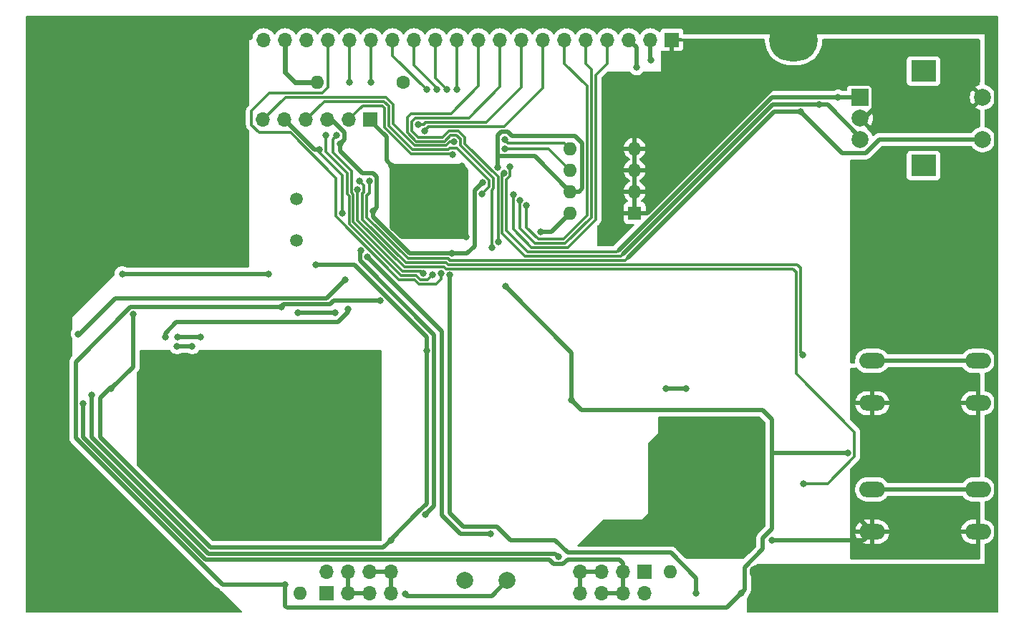
<source format=gbr>
%TF.GenerationSoftware,KiCad,Pcbnew,7.0.6*%
%TF.CreationDate,2023-08-14T13:22:57+02:00*%
%TF.ProjectId,forrasztos,666f7272-6173-47a7-946f-732e6b696361,rev?*%
%TF.SameCoordinates,Original*%
%TF.FileFunction,Copper,L2,Bot*%
%TF.FilePolarity,Positive*%
%FSLAX46Y46*%
G04 Gerber Fmt 4.6, Leading zero omitted, Abs format (unit mm)*
G04 Created by KiCad (PCBNEW 7.0.6) date 2023-08-14 13:22:57*
%MOMM*%
%LPD*%
G01*
G04 APERTURE LIST*
%TA.AperFunction,ComponentPad*%
%ADD10C,2.900000*%
%TD*%
%TA.AperFunction,ConnectorPad*%
%ADD11C,5.000000*%
%TD*%
%TA.AperFunction,ComponentPad*%
%ADD12O,3.670000X3.100000*%
%TD*%
%TA.AperFunction,ConnectorPad*%
%ADD13O,5.770000X5.000000*%
%TD*%
%TA.AperFunction,ComponentPad*%
%ADD14O,3.670000X2.900000*%
%TD*%
%TA.AperFunction,ComponentPad*%
%ADD15O,1.700000X1.700000*%
%TD*%
%TA.AperFunction,ComponentPad*%
%ADD16R,1.700000X1.700000*%
%TD*%
%TA.AperFunction,ComponentPad*%
%ADD17C,1.600000*%
%TD*%
%TA.AperFunction,ComponentPad*%
%ADD18O,1.600000X1.600000*%
%TD*%
%TA.AperFunction,ComponentPad*%
%ADD19O,3.048000X1.850000*%
%TD*%
%TA.AperFunction,ComponentPad*%
%ADD20C,1.500000*%
%TD*%
%TA.AperFunction,ComponentPad*%
%ADD21C,2.000000*%
%TD*%
%TA.AperFunction,ComponentPad*%
%ADD22R,1.600000X1.600000*%
%TD*%
%TA.AperFunction,ComponentPad*%
%ADD23R,2.000000X2.000000*%
%TD*%
%TA.AperFunction,ComponentPad*%
%ADD24R,3.000000X2.500000*%
%TD*%
%TA.AperFunction,ViaPad*%
%ADD25C,0.800000*%
%TD*%
%TA.AperFunction,Conductor*%
%ADD26C,0.500000*%
%TD*%
%TA.AperFunction,Conductor*%
%ADD27C,0.300000*%
%TD*%
%TA.AperFunction,Conductor*%
%ADD28C,0.600000*%
%TD*%
G04 APERTURE END LIST*
D10*
%TO.P,H3,1,1*%
%TO.N,Earth_Protective*%
X111200000Y-130300000D03*
D11*
X111200000Y-130300000D03*
%TD*%
D12*
%TO.P,H2,1,1*%
%TO.N,Earth_Protective*%
X184000000Y-130400000D03*
D13*
X184000000Y-130400000D03*
%TD*%
D14*
%TO.P,H1,1,1*%
%TO.N,Earth_Protective*%
X184000000Y-65500000D03*
D13*
X184000000Y-65500000D03*
%TD*%
D15*
%TO.P,J2,1,Pin_1*%
%TO.N,/CH1_AMP_P*%
X131340000Y-131010000D03*
X133880000Y-131010000D03*
X131340000Y-128470000D03*
%TO.P,J2,2,Pin_2*%
%TO.N,/CH1_AMP_N*%
X136420000Y-131010000D03*
X133880000Y-128470000D03*
X136420000Y-128470000D03*
D16*
%TO.P,J2,3,Pin_3*%
%TO.N,Net-(J2-Pin_3)*%
X128800000Y-131010000D03*
D15*
%TO.P,J2,4,Pin_4*%
%TO.N,Net-(J2-Pin_4)*%
X128800000Y-128470000D03*
%TD*%
%TO.P,J5,1,Pin_1*%
%TO.N,/CH2_AMP_P*%
X163860000Y-128460000D03*
X163860000Y-131000000D03*
X161320000Y-131000000D03*
%TO.P,J5,2,Pin_2*%
%TO.N,/CH2_AMP_N*%
X161320000Y-128460000D03*
X158780000Y-128460000D03*
X158780000Y-131000000D03*
D16*
%TO.P,J5,3,Pin_3*%
%TO.N,Net-(J5-Pin_3)*%
X166400000Y-128460000D03*
D15*
%TO.P,J5,4,Pin_4*%
%TO.N,Net-(J5-Pin_4)*%
X166400000Y-131000000D03*
%TD*%
D16*
%TO.P,J3,1,Pin_1*%
%TO.N,GND*%
X169615000Y-65500000D03*
D15*
%TO.P,J3,2,Pin_2*%
%TO.N,+5V*%
X167075000Y-65500000D03*
%TO.P,J3,3,Pin_3*%
%TO.N,/LCD_V0*%
X164535000Y-65500000D03*
%TO.P,J3,4,Pin_4*%
%TO.N,/LCD_DI*%
X161995000Y-65500000D03*
%TO.P,J3,5,Pin_5*%
%TO.N,/LCD_RW*%
X159455000Y-65500000D03*
%TO.P,J3,6,Pin_6*%
%TO.N,/LCD_E*%
X156915000Y-65500000D03*
%TO.P,J3,7,Pin_7*%
%TO.N,/LCD_D0*%
X154375000Y-65500000D03*
%TO.P,J3,8,Pin_8*%
%TO.N,/LCD_D1*%
X151835000Y-65500000D03*
%TO.P,J3,9,Pin_9*%
%TO.N,/LCD_D2*%
X149295000Y-65500000D03*
%TO.P,J3,10,Pin_10*%
%TO.N,/LCD_D3*%
X146755000Y-65500000D03*
%TO.P,J3,11,Pin_11*%
%TO.N,/LCD_D4*%
X144215000Y-65500000D03*
%TO.P,J3,12,Pin_12*%
%TO.N,/LCD_D5*%
X141675000Y-65500000D03*
%TO.P,J3,13,Pin_13*%
%TO.N,/LCD_D6*%
X139135000Y-65500000D03*
%TO.P,J3,14,Pin_14*%
%TO.N,/LCD_D7*%
X136595000Y-65500000D03*
%TO.P,J3,15,Pin_15*%
%TO.N,/LCD_CS1*%
X134055000Y-65500000D03*
%TO.P,J3,16,Pin_16*%
%TO.N,/LCD_CS2*%
X131515000Y-65500000D03*
%TO.P,J3,17,Pin_17*%
%TO.N,/LCD_RST*%
X128975000Y-65500000D03*
%TO.P,J3,18,Pin_18*%
%TO.N,/LCD_VOUT*%
X126435000Y-65500000D03*
%TO.P,J3,19,Pin_19*%
%TO.N,Net-(J3-Pin_19)*%
X123895000Y-65500000D03*
%TO.P,J3,20,Pin_20*%
%TO.N,GND*%
X121355000Y-65500000D03*
%TD*%
D16*
%TO.P,J4,1,Pin_1*%
%TO.N,+3.3V*%
X133981000Y-74958500D03*
D15*
%TO.P,J4,2,Pin_2*%
%TO.N,/SWCLK*%
X131441000Y-74958500D03*
%TO.P,J4,3,Pin_3*%
%TO.N,GND*%
X128901000Y-74958500D03*
%TO.P,J4,4,Pin_4*%
%TO.N,/SWDIO*%
X126361000Y-74958500D03*
%TO.P,J4,5,Pin_5*%
%TO.N,/NRST*%
X123821000Y-74958500D03*
%TO.P,J4,6,Pin_6*%
%TO.N,/SWO*%
X121281000Y-74958500D03*
%TD*%
D17*
%TO.P,R40,1*%
%TO.N,Earth_Protective*%
X179560000Y-128460000D03*
D18*
%TO.P,R40,2*%
%TO.N,Net-(J5-Pin_3)*%
X169400000Y-128460000D03*
%TD*%
D17*
%TO.P,R30,1*%
%TO.N,+5V*%
X137830000Y-70500000D03*
D18*
%TO.P,R30,2*%
%TO.N,Net-(J3-Pin_19)*%
X127670000Y-70500000D03*
%TD*%
D19*
%TO.P,SW2,1,1*%
%TO.N,Net-(R10-Pad2)*%
X193300000Y-103500000D03*
X205800000Y-103500000D03*
%TO.P,SW2,2,2*%
%TO.N,GND*%
X193300000Y-108500000D03*
X205800000Y-108500000D03*
%TD*%
D10*
%TO.P,H5,1,1*%
%TO.N,Earth_Protective*%
X96000000Y-65500000D03*
D11*
X96000000Y-65500000D03*
%TD*%
D20*
%TO.P,Y1,1,1*%
%TO.N,/CRYSTAL_1*%
X125200000Y-84350000D03*
%TO.P,Y1,2,2*%
%TO.N,Net-(C22-Pad2)*%
X125200000Y-89230000D03*
%TD*%
D19*
%TO.P,SW3,1,1*%
%TO.N,Net-(R11-Pad1)*%
X193300000Y-118700000D03*
X205800000Y-118700000D03*
%TO.P,SW3,2,2*%
%TO.N,GND*%
X193300000Y-123700000D03*
X205800000Y-123700000D03*
%TD*%
D21*
%TO.P,J1,1,Pin_1*%
%TO.N,+24V*%
X145100000Y-129500000D03*
%TO.P,J1,2,Pin_2*%
%TO.N,GND*%
X150100000Y-129500000D03*
%TD*%
D10*
%TO.P,H6,1,1*%
%TO.N,Earth_Protective*%
X112200000Y-65500000D03*
D11*
X112200000Y-65500000D03*
%TD*%
D22*
%TO.P,U4,1,A0*%
%TO.N,GND*%
X165200000Y-86000000D03*
D18*
%TO.P,U4,2,A1*%
X165200000Y-83460000D03*
%TO.P,U4,3,A2*%
X165200000Y-80920000D03*
%TO.P,U4,4,GND*%
X165200000Y-78380000D03*
%TO.P,U4,5,SDA*%
%TO.N,/i2c_SDA*%
X157580000Y-78380000D03*
%TO.P,U4,6,SCL*%
%TO.N,/i2c_SCL*%
X157580000Y-80920000D03*
%TO.P,U4,7,WP*%
%TO.N,GND*%
X157580000Y-83460000D03*
%TO.P,U4,8,VCC*%
%TO.N,+3.3V*%
X157580000Y-86000000D03*
%TD*%
D17*
%TO.P,R14,1*%
%TO.N,Earth_Protective*%
X115520000Y-131000000D03*
D18*
%TO.P,R14,2*%
%TO.N,Net-(J2-Pin_3)*%
X125680000Y-131000000D03*
%TD*%
D10*
%TO.P,H4,1,1*%
%TO.N,Earth_Protective*%
X96000000Y-130500000D03*
D11*
X96000000Y-130500000D03*
%TD*%
D23*
%TO.P,SW1,A,A*%
%TO.N,/ENC_B*%
X191850000Y-72300000D03*
D21*
%TO.P,SW1,B,B*%
%TO.N,/ENC_A*%
X191850000Y-77300000D03*
%TO.P,SW1,C,C*%
%TO.N,GND*%
X191850000Y-74800000D03*
D24*
%TO.P,SW1,MP*%
%TO.N,N/C*%
X199350000Y-69200000D03*
X199350000Y-80400000D03*
D21*
%TO.P,SW1,S1,S1*%
%TO.N,GND*%
X206350000Y-72300000D03*
%TO.P,SW1,S2,S2*%
%TO.N,/ENC_SW*%
X206350000Y-77300000D03*
%TD*%
D25*
%TO.N,GND*%
X168900000Y-106800000D03*
X103325000Y-106805000D03*
X171300000Y-106800000D03*
X147200000Y-82400000D03*
X181400000Y-124700000D03*
X134300000Y-85737000D03*
X148987083Y-80612917D03*
X138100000Y-131100000D03*
X130400000Y-77800000D03*
X105925000Y-98005000D03*
X143600000Y-90800000D03*
X136359817Y-124729908D03*
X127537501Y-92162499D03*
X140600000Y-102300000D03*
%TO.N,+5V*%
X167100000Y-67900000D03*
%TO.N,/LCD_V0*%
X165450000Y-68800000D03*
%TO.N,+3.3V*%
X136521000Y-80419500D03*
X145300000Y-88800000D03*
X123900000Y-130000000D03*
X149900000Y-94700000D03*
X144800000Y-80419500D03*
X177800000Y-131000000D03*
X154100000Y-88250000D03*
X123400000Y-97100000D03*
X157700000Y-108100000D03*
X190440000Y-114360000D03*
X135100000Y-96400000D03*
%TO.N,+3.3VA*%
X121900000Y-93200000D03*
X104625000Y-93205000D03*
%TO.N,/ENC_B*%
X189250000Y-72300000D03*
X150487083Y-80500000D03*
%TO.N,/ENC_A*%
X149737083Y-81320023D03*
X187050000Y-73200000D03*
%TO.N,/NRST*%
X127900000Y-78514000D03*
X130614683Y-86000000D03*
%TO.N,/CH1_AMP_P*%
X132300000Y-113300000D03*
X127300000Y-117700000D03*
X128200000Y-121300001D03*
X129999999Y-114099999D03*
X127300000Y-115000000D03*
X130900001Y-114099999D03*
X133600000Y-114099999D03*
X134500000Y-114099999D03*
X127300000Y-118600000D03*
X128699999Y-113300000D03*
X129600000Y-113299999D03*
X131400000Y-113300000D03*
X134100000Y-113300000D03*
X132300000Y-122100001D03*
X127800000Y-113300000D03*
X133200000Y-113300000D03*
X131800000Y-121300001D03*
X126400000Y-119500000D03*
X132700000Y-121300001D03*
X130900000Y-121300000D03*
X127300000Y-121300001D03*
X127300000Y-120400000D03*
X133600000Y-121300001D03*
X129599999Y-122100001D03*
X131400000Y-122100001D03*
X126400000Y-120400000D03*
X129099999Y-121300001D03*
X128200000Y-114099999D03*
X127300000Y-116800000D03*
X130500001Y-122100001D03*
X129099999Y-114099999D03*
X127300000Y-114099999D03*
X127800000Y-122100001D03*
X128699999Y-122100001D03*
X126400000Y-115000000D03*
X133200000Y-122100001D03*
X134500000Y-121300001D03*
X126900000Y-122100001D03*
X127300000Y-119500000D03*
X126400000Y-115900000D03*
X130000000Y-121300000D03*
X126400000Y-116800000D03*
X126400000Y-117700000D03*
X126900000Y-113300000D03*
X126400000Y-121300000D03*
X130500000Y-113299999D03*
X134100000Y-122100001D03*
X127300000Y-115900000D03*
X126400000Y-114100000D03*
X126400000Y-118600000D03*
X131800000Y-114099999D03*
X132700000Y-114099999D03*
%TO.N,/CH1_AMP_N*%
X113900000Y-100700000D03*
X111175500Y-100700000D03*
%TO.N,/LCD_DI*%
X150842800Y-83858340D03*
%TO.N,/LCD_RW*%
X151605423Y-84504414D03*
%TO.N,/LCD_E*%
X152426876Y-85083606D03*
%TO.N,/LCD_D0*%
X140343000Y-76273000D03*
%TO.N,/LCD_D1*%
X139592500Y-75500000D03*
%TO.N,/LCD_D2*%
X149057647Y-89400000D03*
%TO.N,/LCD_D3*%
X148300000Y-90100000D03*
%TO.N,/LCD_D4*%
X144200000Y-71349500D03*
%TO.N,/LCD_D5*%
X143000000Y-71349500D03*
%TO.N,/LCD_D6*%
X141800000Y-71400000D03*
%TO.N,/LCD_D7*%
X140600000Y-71400000D03*
%TO.N,/LCD_CS1*%
X130000000Y-76800000D03*
X140200000Y-93150500D03*
X134000000Y-70500000D03*
%TO.N,/LCD_CS2*%
X131500000Y-70500000D03*
X128691581Y-76815000D03*
X141300000Y-93300000D03*
%TO.N,/LCD_RST*%
X142320023Y-93149500D03*
%TO.N,/SWCLK*%
X143644730Y-79067230D03*
%TO.N,/SWDIO*%
X147149500Y-83738000D03*
%TO.N,/SWO*%
X143841500Y-77567730D03*
%TO.N,/CH2_AMP_P*%
X168700000Y-123500001D03*
X172300001Y-123500001D03*
X175500000Y-116400000D03*
X174100000Y-114700000D03*
X172800001Y-115499999D03*
X175500000Y-118200000D03*
X173200001Y-123500001D03*
X168700000Y-114700000D03*
X170100000Y-122700001D03*
X167400000Y-115499999D03*
X174600000Y-120000000D03*
X170500000Y-114700000D03*
X171000000Y-122700000D03*
X175000000Y-123500001D03*
X167800000Y-123500001D03*
X100000000Y-108585000D03*
X172800001Y-122700001D03*
X171400000Y-114699999D03*
X175500000Y-117300000D03*
X169600000Y-123500001D03*
X167400000Y-122700001D03*
X171900000Y-122700000D03*
X170999999Y-115499999D03*
X169200000Y-115499999D03*
X168300000Y-115499999D03*
X170100000Y-115499999D03*
X174600000Y-115499999D03*
X175500000Y-115500000D03*
X174600000Y-116400000D03*
X175500000Y-119100000D03*
X174600000Y-119100000D03*
X173200001Y-114700000D03*
X175500000Y-121800000D03*
X174600000Y-120900000D03*
X175500000Y-120900000D03*
X174600000Y-117300000D03*
X172300000Y-114699999D03*
X175000000Y-114700000D03*
X173700000Y-122700001D03*
X170500000Y-123500001D03*
X169200000Y-122700001D03*
X175500000Y-122700000D03*
X168300000Y-122700001D03*
X171900001Y-115499999D03*
X175500000Y-120000000D03*
X167800000Y-114700000D03*
X171399999Y-123500001D03*
X174600000Y-122700001D03*
X174600000Y-118200000D03*
X169600000Y-114700000D03*
X174600000Y-121800000D03*
X173700000Y-115499999D03*
X174100000Y-123500001D03*
%TO.N,/CH2_AMP_N*%
X101000000Y-107500000D03*
X156200000Y-126700000D03*
%TO.N,/ENC_SW*%
X133833360Y-82234000D03*
X184850000Y-74000000D03*
%TO.N,/i2c_SDA*%
X149836583Y-77300000D03*
%TO.N,/i2c_SCL*%
X149836583Y-78400000D03*
%TO.N,/CH1_TILT*%
X111100000Y-101800000D03*
X112900000Y-101800000D03*
%TO.N,/CH1_HEATER*%
X140500000Y-121700000D03*
X132838973Y-90446263D03*
%TO.N,/CH2_THERMO*%
X99425000Y-100305000D03*
X131000000Y-93900000D03*
%TO.N,/CH2_TILT*%
X172500000Y-131000000D03*
X143303653Y-93349500D03*
%TO.N,/CH2_HEATER*%
X148200000Y-124000000D03*
X133596355Y-91203645D03*
%TO.N,/BTN_1*%
X132698397Y-82206112D03*
X185100000Y-102800000D03*
%TO.N,/CH1_CURRENT*%
X125400000Y-97800000D03*
X129800000Y-97800000D03*
%TO.N,/CH2_CURRENT*%
X109685000Y-100685000D03*
X131300000Y-97400000D03*
%TO.N,/BTN_2*%
X132449500Y-83238000D03*
X185200000Y-118000000D03*
%TD*%
D26*
%TO.N,GND*%
X135489725Y-125600000D02*
X115069850Y-125600000D01*
X159000000Y-77750000D02*
X159000000Y-83100000D01*
X102000000Y-107900000D02*
X103095000Y-106805000D01*
X193500000Y-71200000D02*
X193000000Y-70700000D01*
X134300000Y-86463277D02*
X134300000Y-85737000D01*
X181400000Y-124700000D02*
X192300000Y-124700000D01*
X134700000Y-81700000D02*
X134700000Y-85337000D01*
X133000000Y-81300000D02*
X134300000Y-81300000D01*
X165200000Y-78380000D02*
X165200000Y-76900000D01*
X130400000Y-77800000D02*
X130400000Y-78700000D01*
X130850000Y-76447918D02*
X129360582Y-74958500D01*
X153420000Y-79300000D02*
X157580000Y-83460000D01*
X193300000Y-108500000D02*
X193300000Y-114100000D01*
X147200000Y-82400000D02*
X146300000Y-83300000D01*
X105925000Y-104205000D02*
X105925000Y-98005000D01*
X171300000Y-106800000D02*
X168900000Y-106800000D01*
X146300000Y-83300000D02*
X146300000Y-89900000D01*
X139650000Y-121350000D02*
X136359817Y-124640183D01*
X158640000Y-83460000D02*
X157580000Y-83460000D01*
X138100000Y-131100000D02*
X138300000Y-131300000D01*
X158150000Y-76900000D02*
X159000000Y-77750000D01*
X138300000Y-131300000D02*
X148300000Y-131300000D01*
X148987083Y-76812917D02*
X149400000Y-76400000D01*
X205800000Y-108500000D02*
X193300000Y-108500000D01*
X130400000Y-78700000D02*
X133000000Y-81300000D01*
X149400000Y-76400000D02*
X150200000Y-76400000D01*
X140600000Y-100697918D02*
X140600000Y-102300000D01*
X130850000Y-77350000D02*
X130850000Y-76447918D01*
X136359817Y-124640183D02*
X136359817Y-124729908D01*
X129360582Y-74958500D02*
X128901000Y-74958500D01*
X139650000Y-121347918D02*
X139650000Y-121350000D01*
X150700000Y-76900000D02*
X158150000Y-76900000D01*
X166710050Y-86000000D02*
X165200000Y-86000000D01*
X138636723Y-90800000D02*
X134300000Y-86463277D01*
X192400000Y-74800000D02*
X193500000Y-73700000D01*
X143600000Y-90800000D02*
X138636723Y-90800000D01*
X193000000Y-70700000D02*
X182010050Y-70700000D01*
X191000000Y-116400000D02*
X191000000Y-121400000D01*
X191850000Y-74800000D02*
X192400000Y-74800000D01*
X191000000Y-121400000D02*
X193300000Y-123700000D01*
X148300000Y-131300000D02*
X150100000Y-129500000D01*
X205800000Y-123700000D02*
X193300000Y-123700000D01*
X134300000Y-81300000D02*
X134700000Y-81700000D01*
X132064581Y-92162499D02*
X140600000Y-100697918D01*
X193500000Y-73700000D02*
X193500000Y-71200000D01*
X145400000Y-90800000D02*
X143600000Y-90800000D01*
X130400000Y-77800000D02*
X130850000Y-77350000D01*
X150200000Y-76400000D02*
X150700000Y-76900000D01*
X148987083Y-80612917D02*
X148987083Y-79300000D01*
X127537501Y-92162499D02*
X132064581Y-92162499D01*
X148987083Y-79300000D02*
X153420000Y-79300000D01*
X103325000Y-106805000D02*
X105925000Y-104205000D01*
X165200000Y-86000000D02*
X165200000Y-78380000D01*
X165200000Y-76900000D02*
X169615000Y-72485000D01*
X159000000Y-83100000D02*
X158640000Y-83460000D01*
X102000000Y-112530150D02*
X102000000Y-107900000D01*
X192300000Y-124700000D02*
X193300000Y-123700000D01*
X115069850Y-125600000D02*
X102000000Y-112530150D01*
X182010050Y-70700000D02*
X166710050Y-86000000D01*
X134700000Y-85337000D02*
X134300000Y-85737000D01*
X193300000Y-114100000D02*
X191000000Y-116400000D01*
X136359817Y-124729908D02*
X135489725Y-125600000D01*
X169615000Y-72485000D02*
X169615000Y-65500000D01*
X103095000Y-106805000D02*
X103325000Y-106805000D01*
X146300000Y-89900000D02*
X145400000Y-90800000D01*
X140600000Y-102300000D02*
X140600000Y-120397918D01*
X140600000Y-120397918D02*
X139650000Y-121347918D01*
X148987083Y-79300000D02*
X148987083Y-76812917D01*
%TO.N,+5V*%
X167075000Y-67875000D02*
X167100000Y-67900000D01*
X167075000Y-65500000D02*
X167075000Y-67875000D01*
%TO.N,/LCD_V0*%
X165450000Y-68800000D02*
X165450000Y-66415000D01*
X165450000Y-66415000D02*
X164535000Y-65500000D01*
%TO.N,+3.3V*%
X180350000Y-124450000D02*
X180350000Y-125750000D01*
X133981000Y-75099921D02*
X135886000Y-77004921D01*
X155330000Y-88250000D02*
X157580000Y-86000000D01*
X116500000Y-130000000D02*
X123900000Y-130000000D01*
X178200000Y-130600000D02*
X177800000Y-131000000D01*
X181400000Y-114600000D02*
X181400000Y-123400000D01*
X177800000Y-131000000D02*
X176100000Y-132700000D01*
X135100000Y-96400000D02*
X129600000Y-96400000D01*
X135886000Y-77004921D02*
X135886000Y-79784500D01*
X99100000Y-103627918D02*
X99100000Y-112600000D01*
X123700000Y-96800000D02*
X123400000Y-97100000D01*
X144800000Y-80419500D02*
X136521000Y-80419500D01*
X157700000Y-102500000D02*
X157700000Y-108100000D01*
X123345000Y-97155000D02*
X105572918Y-97155000D01*
X181400000Y-123400000D02*
X180350000Y-124450000D01*
X145300000Y-88800000D02*
X137626673Y-88800000D01*
X129600000Y-96400000D02*
X129200000Y-96800000D01*
X144800000Y-80419500D02*
X145300000Y-80919500D01*
X145300000Y-80919500D02*
X145300000Y-88800000D01*
X178200000Y-127900000D02*
X178200000Y-130600000D01*
X135886000Y-79784500D02*
X136521000Y-80419500D01*
X154100000Y-88250000D02*
X155330000Y-88250000D01*
X176100000Y-132700000D02*
X124100000Y-132700000D01*
X123900000Y-132500000D02*
X123900000Y-130000000D01*
X157700000Y-108100000D02*
X158900000Y-109300000D01*
X99100000Y-112600000D02*
X116500000Y-130000000D01*
X158900000Y-109300000D02*
X180300000Y-109300000D01*
X129200000Y-96800000D02*
X123700000Y-96800000D01*
X190440000Y-114360000D02*
X181400000Y-114360000D01*
X180350000Y-125750000D02*
X178200000Y-127900000D01*
X137626673Y-88800000D02*
X136521000Y-87694327D01*
X149900000Y-94700000D02*
X157700000Y-102500000D01*
X123400000Y-97100000D02*
X123345000Y-97155000D01*
X124100000Y-132700000D02*
X123900000Y-132500000D01*
X181400000Y-110400000D02*
X181400000Y-114600000D01*
X133981000Y-74958500D02*
X133981000Y-75099921D01*
X105572918Y-97155000D02*
X99100000Y-103627918D01*
X136521000Y-87694327D02*
X136521000Y-80419500D01*
X180300000Y-109300000D02*
X181400000Y-110400000D01*
%TO.N,+3.3VA*%
X121895000Y-93205000D02*
X104625000Y-93205000D01*
X121900000Y-93200000D02*
X121895000Y-93205000D01*
D27*
%TO.N,/ENC_B*%
X152600000Y-90600000D02*
X150057647Y-88057647D01*
D26*
X181400000Y-72300000D02*
X189250000Y-72300000D01*
D27*
X150487083Y-81630684D02*
X150487083Y-80500000D01*
X150057647Y-88057647D02*
X150057647Y-82060120D01*
D26*
X189250000Y-72300000D02*
X191850000Y-72300000D01*
D27*
X150057647Y-82060120D02*
X150487083Y-81630684D01*
X163300000Y-90400000D02*
X163100000Y-90600000D01*
D26*
X163300000Y-90400000D02*
X181400000Y-72300000D01*
D27*
X163100000Y-90600000D02*
X152600000Y-90600000D01*
%TO.N,/ENC_A*%
X163844975Y-90844975D02*
X163589950Y-91100000D01*
D26*
X181539950Y-73150000D02*
X187000000Y-73150000D01*
X191850000Y-77050000D02*
X191850000Y-77300000D01*
D27*
X150129177Y-89010869D02*
X149557647Y-88439339D01*
X163589950Y-91100000D02*
X152200000Y-91100000D01*
D26*
X187000000Y-73150000D02*
X187050000Y-73200000D01*
D27*
X149557647Y-88439339D02*
X149557647Y-81499459D01*
D26*
X188000000Y-73200000D02*
X191850000Y-77050000D01*
D27*
X152200000Y-91100000D02*
X150129177Y-89029177D01*
X150129177Y-89029177D02*
X150129177Y-89010869D01*
D26*
X163844975Y-90844975D02*
X181539950Y-73150000D01*
X187050000Y-73200000D02*
X188000000Y-73200000D01*
D27*
X149557647Y-81499459D02*
X149737083Y-81320023D01*
D26*
%TO.N,/NRST*%
X127376500Y-78514000D02*
X123821000Y-74958500D01*
D27*
X130614683Y-81514683D02*
X127900000Y-78800000D01*
X130614683Y-86000000D02*
X130614683Y-81514683D01*
D26*
X127900000Y-78514000D02*
X127376500Y-78514000D01*
D27*
X127900000Y-78800000D02*
X127900000Y-78514000D01*
D26*
%TO.N,/CH1_AMP_P*%
X131340000Y-131010000D02*
X131340000Y-128470000D01*
X131340000Y-131010000D02*
X133880000Y-131010000D01*
%TO.N,/CH1_AMP_N*%
X111175500Y-100700000D02*
X113900000Y-100700000D01*
X136420000Y-128470000D02*
X136420000Y-131010000D01*
X133880000Y-128470000D02*
X136420000Y-128470000D01*
D27*
%TO.N,/LCD_DI*%
X160600000Y-86800000D02*
X160600000Y-69700000D01*
X153014212Y-90100000D02*
X157300000Y-90100000D01*
X161995000Y-68305000D02*
X161995000Y-65500000D01*
X160600000Y-69700000D02*
X161995000Y-68305000D01*
X150842800Y-87928588D02*
X153014212Y-90100000D01*
X157300000Y-90100000D02*
X160600000Y-86800000D01*
X150842800Y-83858340D02*
X150842800Y-87928588D01*
%TO.N,/LCD_RW*%
X151605423Y-84504414D02*
X151605423Y-87784105D01*
X160100000Y-86507106D02*
X160100000Y-69000000D01*
X157007106Y-89600000D02*
X160100000Y-86507106D01*
X151605423Y-87784105D02*
X153421318Y-89600000D01*
X160100000Y-69000000D02*
X159455000Y-68355000D01*
X153421318Y-89600000D02*
X157007106Y-89600000D01*
X159455000Y-68355000D02*
X159455000Y-65500000D01*
%TO.N,/LCD_E*%
X152426876Y-85083606D02*
X152426876Y-87698452D01*
X159600000Y-71000000D02*
X156915000Y-68315000D01*
X156915000Y-68315000D02*
X156915000Y-65500000D01*
X152426876Y-87698452D02*
X153828424Y-89100000D01*
X153828424Y-89100000D02*
X156800000Y-89100000D01*
X159600000Y-86300000D02*
X159600000Y-71000000D01*
X156800000Y-89100000D02*
X159600000Y-86300000D01*
%TO.N,/LCD_D0*%
X140816000Y-75800000D02*
X149750000Y-75800000D01*
X149750000Y-75800000D02*
X154375000Y-71175000D01*
X154375000Y-71175000D02*
X154375000Y-65500000D01*
X140343000Y-76273000D02*
X140816000Y-75800000D01*
%TO.N,/LCD_D1*%
X147650000Y-75300000D02*
X151835000Y-71115000D01*
X140300000Y-75500000D02*
X140500000Y-75300000D01*
X151835000Y-71115000D02*
X151835000Y-65500000D01*
X140500000Y-75300000D02*
X147650000Y-75300000D01*
X139592500Y-75500000D02*
X140300000Y-75500000D01*
%TO.N,/LCD_D2*%
X149295000Y-71055000D02*
X149295000Y-65500000D01*
X139281839Y-74750000D02*
X145600000Y-74750000D01*
X145091500Y-77777288D02*
X145091500Y-77049963D01*
X143229979Y-76300000D02*
X142507480Y-77022500D01*
X149057647Y-89400000D02*
X149057647Y-81743435D01*
X144341537Y-76300000D02*
X143229979Y-76300000D01*
X139580531Y-77022500D02*
X138842045Y-76284014D01*
X145091500Y-77049963D02*
X144341537Y-76300000D01*
X149057647Y-81743435D02*
X145091500Y-77777288D01*
X142507480Y-77022500D02*
X139580531Y-77022500D01*
X138842045Y-75189794D02*
X139281839Y-74750000D01*
X138842045Y-76284014D02*
X138842045Y-75189794D01*
X145600000Y-74750000D02*
X149295000Y-71055000D01*
%TO.N,/LCD_D3*%
X143500000Y-74250000D02*
X146755000Y-70995000D01*
X148500000Y-83094607D02*
X148500000Y-81892893D01*
X138303000Y-76452075D02*
X138303000Y-74697000D01*
X138750000Y-74250000D02*
X143500000Y-74250000D01*
X138303000Y-74697000D02*
X138750000Y-74250000D01*
X148300000Y-83294607D02*
X148500000Y-83094607D01*
X139373425Y-77522500D02*
X138303000Y-76452075D01*
X148500000Y-81892893D02*
X144591500Y-77984394D01*
X144591500Y-77984394D02*
X144591500Y-77257069D01*
X144591500Y-77257069D02*
X144134431Y-76800000D01*
X148300000Y-90100000D02*
X148300000Y-83294607D01*
X143437086Y-76800000D02*
X142714586Y-77522500D01*
X144134431Y-76800000D02*
X143437086Y-76800000D01*
X142714586Y-77522500D02*
X139373425Y-77522500D01*
X146755000Y-70995000D02*
X146755000Y-65500000D01*
%TO.N,/LCD_D4*%
X144200000Y-71349500D02*
X144200000Y-65515000D01*
X144200000Y-65515000D02*
X144215000Y-65500000D01*
%TO.N,/LCD_D5*%
X143000000Y-71349500D02*
X141675000Y-70024500D01*
X141675000Y-70024500D02*
X141675000Y-65500000D01*
%TO.N,/LCD_D6*%
X139135000Y-68535000D02*
X139135000Y-65500000D01*
X141800000Y-71400000D02*
X141800000Y-71200000D01*
X141800000Y-71200000D02*
X139135000Y-68535000D01*
%TO.N,/LCD_D7*%
X136595000Y-67395000D02*
X136595000Y-65500000D01*
X140600000Y-71400000D02*
X136595000Y-67395000D01*
%TO.N,/LCD_CS1*%
X129500000Y-77300000D02*
X130000000Y-76800000D01*
X137766877Y-92900000D02*
X131949500Y-87082623D01*
X131949500Y-87082623D02*
X131949500Y-83798661D01*
X139949500Y-92900000D02*
X137766877Y-92900000D01*
X131699500Y-81060161D02*
X129500000Y-78860661D01*
X131699500Y-83548661D02*
X131699500Y-81060161D01*
X129500000Y-78860661D02*
X129500000Y-77300000D01*
X134000000Y-70500000D02*
X134000000Y-65555000D01*
X134000000Y-65555000D02*
X134055000Y-65500000D01*
X131949500Y-83798661D02*
X131699500Y-83548661D01*
X140200000Y-93150500D02*
X139949500Y-92900000D01*
%TO.N,/LCD_CS2*%
X131449500Y-87289729D02*
X131449500Y-84005768D01*
X131449500Y-84005768D02*
X131199500Y-83755768D01*
X137559771Y-93400000D02*
X131449500Y-87289729D01*
X131515000Y-70485000D02*
X131515000Y-65500000D01*
X131199500Y-81267267D02*
X128691581Y-78759348D01*
X140699500Y-93900500D02*
X139889339Y-93900500D01*
X131199500Y-83755768D02*
X131199500Y-81267267D01*
X131500000Y-70500000D02*
X131515000Y-70485000D01*
X139388839Y-93400000D02*
X137559771Y-93400000D01*
X141300000Y-93300000D02*
X140699500Y-93900500D01*
X139889339Y-93900500D02*
X139388839Y-93400000D01*
X128691581Y-78759348D02*
X128691581Y-76815000D01*
%TO.N,/LCD_RST*%
X139181733Y-93900000D02*
X137352665Y-93900000D01*
X128292500Y-71807500D02*
X128975000Y-71125000D01*
X137352665Y-93900000D02*
X129864683Y-86412018D01*
X121992500Y-71807500D02*
X128292500Y-71807500D01*
X120800000Y-76500000D02*
X119900000Y-75600000D01*
X139682233Y-94400500D02*
X139181733Y-93900000D01*
X119900000Y-75600000D02*
X119900000Y-73900000D01*
X142320023Y-93149500D02*
X142320023Y-93779977D01*
X128975000Y-71125000D02*
X128975000Y-65500000D01*
X142320023Y-93779977D02*
X141699500Y-94400500D01*
X129864683Y-81864683D02*
X124500000Y-76500000D01*
X129864683Y-86412018D02*
X129864683Y-81864683D01*
X141699500Y-94400500D02*
X139682233Y-94400500D01*
X119900000Y-73900000D02*
X121992500Y-71807500D01*
X124500000Y-76500000D02*
X120800000Y-76500000D01*
D28*
%TO.N,Net-(J3-Pin_19)*%
X123895000Y-69345000D02*
X125050000Y-70500000D01*
X125050000Y-70500000D02*
X127670000Y-70500000D01*
X123895000Y-65500000D02*
X123895000Y-69345000D01*
D27*
%TO.N,/SWCLK*%
X135632000Y-73561500D02*
X135378000Y-73307500D01*
X143644730Y-79067230D02*
X143600000Y-79022500D01*
X143600000Y-79022500D02*
X138752107Y-79022500D01*
X133092500Y-73307500D02*
X132700000Y-73700000D01*
X132700000Y-73700000D02*
X132699500Y-73700000D01*
X135632000Y-75902393D02*
X135632000Y-73561500D01*
X135378000Y-73307500D02*
X133092500Y-73307500D01*
X132699500Y-73700000D02*
X131441000Y-74958500D01*
X138752107Y-79022500D02*
X135632000Y-75902393D01*
%TO.N,/SWDIO*%
X136132000Y-75695287D02*
X136132000Y-73354394D01*
X135585106Y-72807500D02*
X128492500Y-72807500D01*
X144217230Y-78317230D02*
X143334069Y-78317230D01*
X148000000Y-82100000D02*
X144217230Y-78317230D01*
X147149500Y-83738000D02*
X148000000Y-82887500D01*
X128492500Y-72807500D02*
X126361000Y-74939000D01*
X143334069Y-78317230D02*
X143128799Y-78522500D01*
X143128799Y-78522500D02*
X138959213Y-78522500D01*
X148000000Y-82887500D02*
X148000000Y-82100000D01*
X126361000Y-74939000D02*
X126361000Y-74958500D01*
X138959213Y-78522500D02*
X136132000Y-75695287D01*
X136132000Y-73354394D02*
X135585106Y-72807500D01*
%TO.N,/SWO*%
X139166319Y-78022500D02*
X136632000Y-75488181D01*
X123932000Y-72307500D02*
X121281000Y-74958500D01*
X136632000Y-75488181D02*
X136632000Y-73147288D01*
X135792212Y-72307500D02*
X123932000Y-72307500D01*
X136632000Y-73147288D02*
X135792212Y-72307500D01*
X143841500Y-77567730D02*
X143376463Y-77567730D01*
X143376463Y-77567730D02*
X142921693Y-78022500D01*
X142921693Y-78022500D02*
X139166319Y-78022500D01*
D26*
%TO.N,/CH2_AMP_P*%
X163860000Y-127460000D02*
X163860000Y-128460000D01*
X163400000Y-127000000D02*
X163860000Y-127460000D01*
X155100000Y-127000000D02*
X155650000Y-127550000D01*
X163860000Y-131000000D02*
X163860000Y-128460000D01*
X157300000Y-127000000D02*
X163400000Y-127000000D01*
X100000000Y-112510050D02*
X114489950Y-127000000D01*
X155650000Y-127550000D02*
X156750000Y-127550000D01*
X156750000Y-127550000D02*
X157300000Y-127000000D01*
X163860000Y-131000000D02*
X161320000Y-131000000D01*
X100000000Y-108585000D02*
X100000000Y-112510050D01*
X114489950Y-127000000D02*
X155100000Y-127000000D01*
%TO.N,/CH2_AMP_N*%
X114779900Y-126300000D02*
X101000000Y-112520100D01*
X161320000Y-128460000D02*
X158780000Y-128460000D01*
X101000000Y-112520100D02*
X101000000Y-107500000D01*
X155800000Y-126300000D02*
X114779900Y-126300000D01*
X156200000Y-126700000D02*
X155800000Y-126300000D01*
X158780000Y-128460000D02*
X158780000Y-131000000D01*
%TO.N,/ENC_SW*%
X189750000Y-78900000D02*
X192500000Y-78900000D01*
D27*
X133550000Y-86561805D02*
X133550000Y-83905267D01*
D26*
X194100000Y-77300000D02*
X206350000Y-77300000D01*
X164400000Y-91300000D02*
X164400000Y-91279900D01*
D27*
X138388195Y-91400000D02*
X133550000Y-86561805D01*
X164400000Y-91300000D02*
X164379900Y-91300000D01*
X143139339Y-91400000D02*
X138388195Y-91400000D01*
X133550000Y-83905267D02*
X133833360Y-83621907D01*
D26*
X184850000Y-74000000D02*
X189750000Y-78900000D01*
D27*
X164379900Y-91300000D02*
X164079900Y-91600000D01*
D26*
X192500000Y-78900000D02*
X194100000Y-77300000D01*
D27*
X143339339Y-91600000D02*
X143139339Y-91400000D01*
X164079900Y-91600000D02*
X143339339Y-91600000D01*
X133833360Y-83621907D02*
X133833360Y-82234000D01*
D26*
X164400000Y-91279900D02*
X181679900Y-74000000D01*
X181679900Y-74000000D02*
X184850000Y-74000000D01*
D27*
%TO.N,/i2c_SDA*%
X150236583Y-77700000D02*
X156900000Y-77700000D01*
X149836583Y-77300000D02*
X150236583Y-77700000D01*
X156900000Y-77700000D02*
X157580000Y-78380000D01*
%TO.N,/i2c_SCL*%
X155060000Y-78400000D02*
X157580000Y-80920000D01*
X149836583Y-78400000D02*
X155060000Y-78400000D01*
D26*
%TO.N,/CH1_TILT*%
X112900000Y-101800000D02*
X111100000Y-101800000D01*
%TO.N,/CH1_HEATER*%
X132746355Y-90538881D02*
X132838973Y-90446263D01*
X141500000Y-100400000D02*
X132746355Y-91646355D01*
X141500000Y-120700000D02*
X141500000Y-100400000D01*
X132746355Y-91646355D02*
X132746355Y-90538881D01*
X140500000Y-121700000D02*
X141500000Y-120700000D01*
%TO.N,Earth_Protective*%
X96000000Y-65500000D02*
X93800000Y-67700000D01*
X181600000Y-63300000D02*
X98200000Y-63300000D01*
X111900000Y-131000000D02*
X111200000Y-130300000D01*
X98200000Y-132700000D02*
X108800000Y-132700000D01*
X184000000Y-65500000D02*
X181800000Y-63300000D01*
X93800000Y-128300000D02*
X96000000Y-130500000D01*
X96000000Y-130500000D02*
X98200000Y-132700000D01*
X186200000Y-63300000D02*
X184000000Y-65500000D01*
X184000000Y-130400000D02*
X186300000Y-132700000D01*
X207950000Y-63950000D02*
X207300000Y-63300000D01*
X184000000Y-130400000D02*
X182060000Y-128460000D01*
X182060000Y-128460000D02*
X179560000Y-128460000D01*
X186200000Y-63300000D02*
X181600000Y-63300000D01*
X115520000Y-131000000D02*
X111900000Y-131000000D01*
X98200000Y-63300000D02*
X96000000Y-65500000D01*
X108800000Y-132700000D02*
X111200000Y-130300000D01*
X207950000Y-131950000D02*
X207950000Y-63950000D01*
X186300000Y-132700000D02*
X207200000Y-132700000D01*
X181800000Y-63300000D02*
X181600000Y-63300000D01*
X93800000Y-67700000D02*
X93800000Y-128300000D01*
X207200000Y-132700000D02*
X207950000Y-131950000D01*
X207300000Y-63300000D02*
X186200000Y-63300000D01*
%TO.N,/CH2_THERMO*%
X99595000Y-100305000D02*
X99425000Y-100305000D01*
X103800000Y-96100000D02*
X99595000Y-100305000D01*
X128800000Y-96100000D02*
X103800000Y-96100000D01*
X131000000Y-93900000D02*
X128800000Y-96100000D01*
%TO.N,/CH2_TILT*%
X144950000Y-123150000D02*
X143303653Y-121503653D01*
X169500000Y-126200000D02*
X157300000Y-126200000D01*
X148950000Y-123150000D02*
X144950000Y-123150000D01*
X157300000Y-126200000D02*
X155800000Y-124700000D01*
X143303653Y-121503653D02*
X143303653Y-93349500D01*
X172500000Y-131000000D02*
X172500000Y-129200000D01*
X172500000Y-129200000D02*
X169500000Y-126200000D01*
X150500000Y-124700000D02*
X148950000Y-123150000D01*
X155800000Y-124700000D02*
X150500000Y-124700000D01*
%TO.N,/CH2_HEATER*%
X142400000Y-121800000D02*
X142400000Y-100007290D01*
X148200000Y-124000000D02*
X144600000Y-124000000D01*
X144600000Y-124000000D02*
X142400000Y-121800000D01*
X142400000Y-100007290D02*
X133596355Y-91203645D01*
D27*
%TO.N,/BTN_1*%
X184800000Y-102500000D02*
X184800000Y-92500000D01*
X133050000Y-86768911D02*
X133050000Y-83698161D01*
X138181089Y-91900000D02*
X133050000Y-86768911D01*
X143132232Y-92100000D02*
X142932232Y-91900000D01*
X133050000Y-83698161D02*
X133199500Y-83548661D01*
X133199500Y-83548661D02*
X133199500Y-82707215D01*
X184800000Y-92500000D02*
X184400000Y-92100000D01*
X184400000Y-92100000D02*
X143132232Y-92100000D01*
X185100000Y-102800000D02*
X184800000Y-102500000D01*
X133199500Y-82707215D02*
X132698397Y-82206112D01*
X142932232Y-91900000D02*
X138181089Y-91900000D01*
D26*
%TO.N,Net-(R10-Pad2)*%
X193300000Y-103500000D02*
X205800000Y-103500000D01*
%TO.N,/CH1_CURRENT*%
X125400000Y-97800000D02*
X129800000Y-97800000D01*
%TO.N,/CH2_CURRENT*%
X111000000Y-98900000D02*
X109685000Y-100215000D01*
X131300000Y-97700000D02*
X130100000Y-98900000D01*
X109685000Y-100215000D02*
X109685000Y-100685000D01*
X130100000Y-98900000D02*
X111000000Y-98900000D01*
X131300000Y-97400000D02*
X131300000Y-97700000D01*
%TO.N,Net-(R11-Pad1)*%
X205800000Y-118700000D02*
X193300000Y-118700000D01*
D27*
%TO.N,/BTN_2*%
X142900000Y-92600000D02*
X183900000Y-92600000D01*
X188000000Y-118000000D02*
X185200000Y-118000000D01*
X184300000Y-93000000D02*
X184300000Y-105000000D01*
X191200000Y-114800000D02*
X188000000Y-118000000D01*
X191200000Y-111900000D02*
X191200000Y-114800000D01*
X183900000Y-92600000D02*
X184300000Y-93000000D01*
X132449500Y-86875517D02*
X137973983Y-92400000D01*
X137973983Y-92400000D02*
X142700000Y-92400000D01*
X184300000Y-105000000D02*
X191200000Y-111900000D01*
X132449500Y-83238000D02*
X132449500Y-86875517D01*
X142700000Y-92400000D02*
X142900000Y-92600000D01*
%TD*%
%TA.AperFunction,Conductor*%
%TO.N,/CH2_AMP_P*%
G36*
X180004809Y-110070185D02*
G01*
X180025451Y-110086819D01*
X180613182Y-110674550D01*
X180646666Y-110735871D01*
X180649500Y-110762229D01*
X180649500Y-114336358D01*
X180649395Y-114339963D01*
X180645669Y-114403934D01*
X180645669Y-114403935D01*
X180647616Y-114414977D01*
X180649500Y-114436509D01*
X180649500Y-123037769D01*
X180629815Y-123104808D01*
X180613181Y-123125450D01*
X179864358Y-123874272D01*
X179850729Y-123886051D01*
X179831468Y-123900390D01*
X179797898Y-123940397D01*
X179794253Y-123944376D01*
X179788409Y-123950222D01*
X179768059Y-123975959D01*
X179718695Y-124034789D01*
X179714729Y-124040819D01*
X179714682Y-124040788D01*
X179710630Y-124047147D01*
X179710679Y-124047177D01*
X179706889Y-124053321D01*
X179674424Y-124122941D01*
X179639960Y-124191566D01*
X179637488Y-124198357D01*
X179637432Y-124198336D01*
X179634960Y-124205450D01*
X179635015Y-124205469D01*
X179632742Y-124212327D01*
X179624975Y-124249946D01*
X179617207Y-124287565D01*
X179609000Y-124322196D01*
X179599498Y-124362286D01*
X179598661Y-124369454D01*
X179598601Y-124369447D01*
X179597835Y-124376945D01*
X179597895Y-124376951D01*
X179597265Y-124384140D01*
X179599500Y-124460916D01*
X179599500Y-125387769D01*
X179579815Y-125454808D01*
X179563180Y-125475450D01*
X178719289Y-126319343D01*
X178174951Y-126863681D01*
X178113628Y-126897166D01*
X178087270Y-126900000D01*
X171312730Y-126900000D01*
X171245691Y-126880315D01*
X171225049Y-126863681D01*
X170075729Y-125714361D01*
X170063949Y-125700730D01*
X170056482Y-125690701D01*
X170049612Y-125681472D01*
X170049610Y-125681470D01*
X170009587Y-125647886D01*
X170005612Y-125644244D01*
X170002690Y-125641322D01*
X169999780Y-125638411D01*
X169974040Y-125618059D01*
X169915209Y-125568694D01*
X169909180Y-125564729D01*
X169909212Y-125564680D01*
X169902853Y-125560628D01*
X169902822Y-125560679D01*
X169896680Y-125556891D01*
X169896678Y-125556890D01*
X169896677Y-125556889D01*
X169857474Y-125538608D01*
X169827058Y-125524424D01*
X169792894Y-125507267D01*
X169758433Y-125489960D01*
X169758431Y-125489959D01*
X169758430Y-125489959D01*
X169751645Y-125487489D01*
X169751665Y-125487433D01*
X169744549Y-125484959D01*
X169744531Y-125485015D01*
X169737671Y-125482742D01*
X169709841Y-125476996D01*
X169662434Y-125467207D01*
X169610118Y-125454808D01*
X169587719Y-125449499D01*
X169580547Y-125448661D01*
X169580553Y-125448601D01*
X169573055Y-125447835D01*
X169573050Y-125447895D01*
X169565860Y-125447265D01*
X169489083Y-125449500D01*
X158549862Y-125449500D01*
X158482823Y-125429815D01*
X158437068Y-125377011D01*
X158427124Y-125307853D01*
X158456149Y-125244297D01*
X158462181Y-125237819D01*
X161363681Y-122336319D01*
X161425004Y-122302834D01*
X161451362Y-122300000D01*
X166000000Y-122300000D01*
X166800000Y-121500000D01*
X166800000Y-113251360D01*
X166819685Y-113184322D01*
X166836314Y-113163685D01*
X168000000Y-112000000D01*
X168000000Y-110174500D01*
X168019685Y-110107461D01*
X168072489Y-110061706D01*
X168124000Y-110050500D01*
X179937770Y-110050500D01*
X180004809Y-110070185D01*
G37*
%TD.AperFunction*%
%TD*%
%TA.AperFunction,Conductor*%
%TO.N,Earth_Protective*%
G36*
X208199500Y-133175500D02*
G01*
X208179815Y-133242539D01*
X208127011Y-133288294D01*
X208075500Y-133299500D01*
X178624000Y-133299500D01*
X178556961Y-133279815D01*
X178511206Y-133227011D01*
X178500000Y-133175500D01*
X178500000Y-131615946D01*
X178519685Y-131548907D01*
X178531854Y-131532970D01*
X178532533Y-131532216D01*
X178627179Y-131368284D01*
X178679549Y-131207104D01*
X178714552Y-131155914D01*
X178713279Y-131154564D01*
X178718525Y-131149613D01*
X178718530Y-131149610D01*
X178752128Y-131109569D01*
X178755750Y-131105616D01*
X178761590Y-131099777D01*
X178781923Y-131074060D01*
X178831302Y-131015214D01*
X178831309Y-131015198D01*
X178835272Y-131009176D01*
X178835324Y-131009210D01*
X178839371Y-131002858D01*
X178839317Y-131002825D01*
X178843104Y-130996684D01*
X178843110Y-130996677D01*
X178875561Y-130927086D01*
X178910036Y-130858440D01*
X178910040Y-130858433D01*
X178910042Y-130858421D01*
X178912510Y-130851644D01*
X178912568Y-130851665D01*
X178915043Y-130844546D01*
X178914985Y-130844527D01*
X178917256Y-130837672D01*
X178932784Y-130762467D01*
X178950500Y-130687720D01*
X178951339Y-130680548D01*
X178951397Y-130680554D01*
X178952164Y-130673056D01*
X178952104Y-130673051D01*
X178952733Y-130665860D01*
X178950500Y-130589103D01*
X178950500Y-128262229D01*
X178970185Y-128195190D01*
X178986819Y-128174548D01*
X179625048Y-127536319D01*
X179686371Y-127502834D01*
X179712729Y-127500000D01*
X206550000Y-127500000D01*
X208199500Y-127500000D01*
X208199500Y-133175500D01*
G37*
%TD.AperFunction*%
%TD*%
%TA.AperFunction,Conductor*%
%TO.N,+3.3V*%
G36*
X144815677Y-80419685D02*
G01*
X144836319Y-80436319D01*
X145263682Y-80863682D01*
X145297166Y-80925003D01*
X145300000Y-80951361D01*
X145300000Y-88676000D01*
X145280315Y-88743039D01*
X145227511Y-88788794D01*
X145176000Y-88800000D01*
X137749452Y-88800000D01*
X137682413Y-88780315D01*
X137661771Y-88763681D01*
X136536319Y-87638228D01*
X136502834Y-87576905D01*
X136500000Y-87550547D01*
X136500000Y-80524000D01*
X136519685Y-80456961D01*
X136572489Y-80411206D01*
X136624000Y-80400000D01*
X144748638Y-80400000D01*
X144815677Y-80419685D01*
G37*
%TD.AperFunction*%
%TD*%
%TA.AperFunction,Conductor*%
%TO.N,Earth_Protective*%
G36*
X119600000Y-65500000D02*
G01*
X119600000Y-73228691D01*
X119580315Y-73295730D01*
X119563685Y-73316368D01*
X119500783Y-73379269D01*
X119500483Y-73379570D01*
X119487911Y-73389643D01*
X119488065Y-73389830D01*
X119482059Y-73394798D01*
X119457434Y-73421020D01*
X119432809Y-73447244D01*
X119421949Y-73458104D01*
X119411088Y-73468965D01*
X119411078Y-73468977D01*
X119406587Y-73474765D01*
X119402801Y-73479197D01*
X119369552Y-73514606D01*
X119359322Y-73533213D01*
X119348646Y-73549464D01*
X119335640Y-73566232D01*
X119335636Y-73566238D01*
X119316348Y-73610811D01*
X119313777Y-73616058D01*
X119290372Y-73658630D01*
X119290372Y-73658631D01*
X119285091Y-73679199D01*
X119278791Y-73697601D01*
X119270364Y-73717073D01*
X119262766Y-73765047D01*
X119261581Y-73770770D01*
X119249500Y-73817818D01*
X119249500Y-73839044D01*
X119247973Y-73858444D01*
X119244653Y-73879403D01*
X119249225Y-73927767D01*
X119249500Y-73933606D01*
X119249500Y-75514494D01*
X119247732Y-75530505D01*
X119247974Y-75530528D01*
X119247240Y-75538294D01*
X119249500Y-75610203D01*
X119249500Y-75640920D01*
X119249501Y-75640940D01*
X119250418Y-75648206D01*
X119250876Y-75654024D01*
X119252402Y-75702567D01*
X119252403Y-75702570D01*
X119258323Y-75722948D01*
X119262268Y-75741996D01*
X119264928Y-75763054D01*
X119264931Y-75763064D01*
X119282813Y-75808230D01*
X119284705Y-75813758D01*
X119298254Y-75860395D01*
X119298255Y-75860397D01*
X119309060Y-75878666D01*
X119317617Y-75896134D01*
X119323226Y-75910300D01*
X119325432Y-75915872D01*
X119353983Y-75955170D01*
X119357188Y-75960049D01*
X119381919Y-76001865D01*
X119381923Y-76001869D01*
X119396925Y-76016871D01*
X119409563Y-76031669D01*
X119422033Y-76048833D01*
X119422036Y-76048837D01*
X119459458Y-76079794D01*
X119463781Y-76083728D01*
X119513731Y-76133676D01*
X119563682Y-76183628D01*
X119597166Y-76244949D01*
X119600000Y-76271308D01*
X119600000Y-92330500D01*
X119580315Y-92397539D01*
X119527511Y-92443294D01*
X119476000Y-92454500D01*
X105164337Y-92454500D01*
X105097298Y-92434815D01*
X105091452Y-92430818D01*
X105077734Y-92420851D01*
X105077729Y-92420848D01*
X104904807Y-92343857D01*
X104904802Y-92343855D01*
X104759000Y-92312865D01*
X104719646Y-92304500D01*
X104530354Y-92304500D01*
X104497897Y-92311398D01*
X104345197Y-92343855D01*
X104345192Y-92343857D01*
X104172270Y-92420848D01*
X104172265Y-92420851D01*
X104019129Y-92532111D01*
X103892466Y-92672785D01*
X103797821Y-92836715D01*
X103797818Y-92836722D01*
X103739327Y-93016740D01*
X103739326Y-93016744D01*
X103724158Y-93161065D01*
X103719540Y-93205002D01*
X103719540Y-93205005D01*
X103720534Y-93214467D01*
X103707962Y-93283197D01*
X103684894Y-93315104D01*
X98700000Y-98299999D01*
X98700000Y-99726509D01*
X98683388Y-99788508D01*
X98597820Y-99936718D01*
X98597818Y-99936722D01*
X98568449Y-100027112D01*
X98539326Y-100116744D01*
X98519540Y-100305000D01*
X98539326Y-100493256D01*
X98539327Y-100493259D01*
X98597818Y-100673277D01*
X98597821Y-100673284D01*
X98683387Y-100821489D01*
X98700000Y-100883489D01*
X98700000Y-102915186D01*
X98680315Y-102982225D01*
X98663681Y-103002867D01*
X98614358Y-103052190D01*
X98600729Y-103063969D01*
X98581468Y-103078308D01*
X98547898Y-103118315D01*
X98544253Y-103122294D01*
X98538409Y-103128140D01*
X98518059Y-103153877D01*
X98468695Y-103212707D01*
X98464729Y-103218737D01*
X98464682Y-103218706D01*
X98460630Y-103225065D01*
X98460679Y-103225095D01*
X98456889Y-103231239D01*
X98424424Y-103300859D01*
X98389960Y-103369484D01*
X98387488Y-103376275D01*
X98387432Y-103376254D01*
X98384960Y-103383368D01*
X98385015Y-103383387D01*
X98382742Y-103390245D01*
X98374974Y-103427864D01*
X98367207Y-103465483D01*
X98354001Y-103521202D01*
X98349498Y-103540204D01*
X98348661Y-103547372D01*
X98348601Y-103547365D01*
X98347835Y-103554863D01*
X98347895Y-103554869D01*
X98347265Y-103562058D01*
X98349500Y-103638834D01*
X98349500Y-112536294D01*
X98348191Y-112554263D01*
X98344710Y-112578025D01*
X98349264Y-112630064D01*
X98349500Y-112635470D01*
X98349500Y-112643709D01*
X98353306Y-112676274D01*
X98360000Y-112752791D01*
X98361461Y-112759867D01*
X98361403Y-112759878D01*
X98363034Y-112767237D01*
X98363092Y-112767224D01*
X98364757Y-112774250D01*
X98391025Y-112846424D01*
X98415185Y-112919331D01*
X98418236Y-112925874D01*
X98418182Y-112925898D01*
X98421470Y-112932688D01*
X98421521Y-112932663D01*
X98424761Y-112939113D01*
X98424762Y-112939114D01*
X98424763Y-112939117D01*
X98466965Y-113003282D01*
X98466965Y-113003283D01*
X98507287Y-113068655D01*
X98511766Y-113074319D01*
X98511719Y-113074356D01*
X98516482Y-113080202D01*
X98516528Y-113080164D01*
X98521173Y-113085700D01*
X98577017Y-113138385D01*
X115924270Y-130485638D01*
X115936051Y-130499270D01*
X115950388Y-130518528D01*
X115990409Y-130552111D01*
X115994397Y-130555766D01*
X116000216Y-130561585D01*
X116000220Y-130561588D01*
X116000223Y-130561591D01*
X116025959Y-130581940D01*
X116084786Y-130631302D01*
X116084787Y-130631302D01*
X116084789Y-130631304D01*
X116090818Y-130635270D01*
X116090785Y-130635319D01*
X116097147Y-130639372D01*
X116097179Y-130639321D01*
X116103319Y-130643108D01*
X116103323Y-130643111D01*
X116138132Y-130659342D01*
X116172941Y-130675575D01*
X116241565Y-130710039D01*
X116241567Y-130710040D01*
X116241569Y-130710040D01*
X116248357Y-130712511D01*
X116248336Y-130712567D01*
X116255457Y-130715043D01*
X116255476Y-130714986D01*
X116262322Y-130717254D01*
X116262327Y-130717257D01*
X116262332Y-130717258D01*
X116262335Y-130717259D01*
X116337564Y-130732792D01*
X116337565Y-130732792D01*
X116412279Y-130750500D01*
X116412281Y-130750500D01*
X116412742Y-130750554D01*
X116413036Y-130750679D01*
X116419306Y-130752165D01*
X116419052Y-130753235D01*
X116477045Y-130777884D01*
X116486035Y-130786035D01*
X118787819Y-133087819D01*
X118821304Y-133149142D01*
X118816320Y-133218834D01*
X118774448Y-133274767D01*
X118708984Y-133299184D01*
X118700138Y-133299500D01*
X93324500Y-133299500D01*
X93257461Y-133279815D01*
X93211706Y-133227011D01*
X93200500Y-133175500D01*
X93200500Y-62824500D01*
X93220185Y-62757461D01*
X93272989Y-62711706D01*
X93324500Y-62700500D01*
X119600000Y-62700500D01*
X119600000Y-65500000D01*
G37*
%TD.AperFunction*%
%TD*%
%TA.AperFunction,Conductor*%
%TO.N,GND*%
G36*
X203986822Y-104270185D02*
G01*
X204025372Y-104309485D01*
X204050757Y-104350713D01*
X204050758Y-104350715D01*
X204211075Y-104532869D01*
X204211079Y-104532873D01*
X204399870Y-104685311D01*
X204611709Y-104803652D01*
X204611712Y-104803653D01*
X204840507Y-104884491D01*
X204840513Y-104884492D01*
X205079662Y-104925499D01*
X205079670Y-104925499D01*
X205079672Y-104925500D01*
X205920500Y-104925500D01*
X205987539Y-104945185D01*
X206033294Y-104997989D01*
X206044500Y-105049500D01*
X206044500Y-106991389D01*
X206046611Y-107024000D01*
X206046611Y-107023999D01*
X206049482Y-107046085D01*
X206050000Y-107054087D01*
X206050000Y-107895689D01*
X206041183Y-107890842D01*
X205882114Y-107850000D01*
X205759106Y-107850000D01*
X205637067Y-107865417D01*
X205550000Y-107899889D01*
X205550000Y-107075000D01*
X205140461Y-107075000D01*
X204959307Y-107090417D01*
X204724559Y-107151541D01*
X204503527Y-107251453D01*
X204503519Y-107251458D01*
X204302549Y-107387291D01*
X204302546Y-107387293D01*
X204127424Y-107555135D01*
X204127423Y-107555136D01*
X203983186Y-107750156D01*
X203873978Y-107966757D01*
X203802946Y-108198700D01*
X203796377Y-108249999D01*
X203796378Y-108250000D01*
X205199272Y-108250000D01*
X205176900Y-108297543D01*
X205146127Y-108458862D01*
X205156439Y-108622766D01*
X205197780Y-108750000D01*
X203797161Y-108750000D01*
X203833536Y-108918782D01*
X203833537Y-108918785D01*
X203923978Y-109143856D01*
X204051161Y-109350415D01*
X204211422Y-109532507D01*
X204211426Y-109532511D01*
X204400144Y-109684890D01*
X204400150Y-109684894D01*
X204611917Y-109803194D01*
X204840629Y-109884003D01*
X204840637Y-109884005D01*
X205079706Y-109924999D01*
X205079715Y-109925000D01*
X205550000Y-109925000D01*
X205550000Y-109104310D01*
X205558817Y-109109158D01*
X205717886Y-109150000D01*
X205840894Y-109150000D01*
X205962933Y-109134583D01*
X206050000Y-109100110D01*
X206050000Y-109976362D01*
X206048843Y-109976362D01*
X206049501Y-109994771D01*
X206044500Y-110029554D01*
X206044500Y-117150500D01*
X206024815Y-117217539D01*
X205972011Y-117263294D01*
X205920500Y-117274500D01*
X205140441Y-117274500D01*
X204959224Y-117289923D01*
X204959222Y-117289924D01*
X204724391Y-117351068D01*
X204724388Y-117351069D01*
X204503286Y-117451013D01*
X204503274Y-117451020D01*
X204302234Y-117586900D01*
X204302232Y-117586902D01*
X204127047Y-117754803D01*
X204127046Y-117754804D01*
X204020226Y-117899235D01*
X203964536Y-117941429D01*
X203920531Y-117949500D01*
X195180217Y-117949500D01*
X195113178Y-117929815D01*
X195074628Y-117890515D01*
X195049242Y-117849286D01*
X195049241Y-117849284D01*
X194888924Y-117667130D01*
X194888920Y-117667126D01*
X194700129Y-117514688D01*
X194488290Y-117396347D01*
X194259500Y-117315511D01*
X194259486Y-117315507D01*
X194020337Y-117274500D01*
X194020328Y-117274500D01*
X192640446Y-117274500D01*
X192640441Y-117274500D01*
X192459224Y-117289923D01*
X192459222Y-117289924D01*
X192224391Y-117351068D01*
X192224388Y-117351069D01*
X192003286Y-117451013D01*
X192003274Y-117451020D01*
X191802234Y-117586900D01*
X191802232Y-117586902D01*
X191627047Y-117754803D01*
X191627046Y-117754804D01*
X191482758Y-117949893D01*
X191373515Y-118166565D01*
X191373512Y-118166571D01*
X191302456Y-118398594D01*
X191271635Y-118639281D01*
X191281933Y-118881715D01*
X191281933Y-118881719D01*
X191333056Y-119118929D01*
X191333057Y-119118932D01*
X191423530Y-119344082D01*
X191550757Y-119550713D01*
X191711075Y-119732869D01*
X191711079Y-119732873D01*
X191899870Y-119885311D01*
X192111709Y-120003652D01*
X192111712Y-120003653D01*
X192340507Y-120084491D01*
X192340513Y-120084492D01*
X192579662Y-120125499D01*
X192579670Y-120125499D01*
X192579672Y-120125500D01*
X192579673Y-120125500D01*
X193959559Y-120125500D01*
X194140775Y-120110076D01*
X194140775Y-120110075D01*
X194140782Y-120110075D01*
X194375608Y-120048931D01*
X194375611Y-120048930D01*
X194596713Y-119948986D01*
X194596716Y-119948983D01*
X194596723Y-119948981D01*
X194797765Y-119813100D01*
X194972952Y-119645197D01*
X195079773Y-119500765D01*
X195135464Y-119458571D01*
X195179469Y-119450500D01*
X203919783Y-119450500D01*
X203986822Y-119470185D01*
X204025372Y-119509485D01*
X204050757Y-119550713D01*
X204050758Y-119550715D01*
X204211075Y-119732869D01*
X204211079Y-119732873D01*
X204399870Y-119885311D01*
X204611709Y-120003652D01*
X204611712Y-120003653D01*
X204840507Y-120084491D01*
X204840513Y-120084492D01*
X205079662Y-120125499D01*
X205079670Y-120125499D01*
X205079672Y-120125500D01*
X205920500Y-120125500D01*
X205987539Y-120145185D01*
X206033294Y-120197989D01*
X206044500Y-120249500D01*
X206044500Y-122191389D01*
X206046611Y-122224000D01*
X206046611Y-122223999D01*
X206049482Y-122246085D01*
X206050000Y-122254087D01*
X206050000Y-123095689D01*
X206041183Y-123090842D01*
X205882114Y-123050000D01*
X205759106Y-123050000D01*
X205637067Y-123065417D01*
X205550000Y-123099889D01*
X205550000Y-122275000D01*
X205140461Y-122275000D01*
X204959307Y-122290417D01*
X204724559Y-122351541D01*
X204503527Y-122451453D01*
X204503519Y-122451458D01*
X204302549Y-122587291D01*
X204302546Y-122587293D01*
X204127424Y-122755135D01*
X204127423Y-122755136D01*
X203983186Y-122950156D01*
X203873978Y-123166757D01*
X203802946Y-123398700D01*
X203796377Y-123449999D01*
X203796378Y-123450000D01*
X205199272Y-123450000D01*
X205176900Y-123497543D01*
X205146127Y-123658862D01*
X205156439Y-123822766D01*
X205197780Y-123950000D01*
X203797161Y-123950000D01*
X203833536Y-124118782D01*
X203833537Y-124118785D01*
X203923978Y-124343856D01*
X204051161Y-124550415D01*
X204211422Y-124732507D01*
X204211426Y-124732511D01*
X204400144Y-124884890D01*
X204400150Y-124884894D01*
X204611917Y-125003194D01*
X204840629Y-125084003D01*
X204840637Y-125084005D01*
X205079706Y-125124999D01*
X205079715Y-125125000D01*
X205550000Y-125125000D01*
X205550000Y-124304310D01*
X205558817Y-124309158D01*
X205717886Y-124350000D01*
X205840894Y-124350000D01*
X205962933Y-124334583D01*
X206050000Y-124300110D01*
X206050000Y-125176362D01*
X206048843Y-125176362D01*
X206049501Y-125194769D01*
X206044500Y-125229553D01*
X206044500Y-126870500D01*
X206024815Y-126937539D01*
X205972011Y-126983294D01*
X205920500Y-126994500D01*
X190824000Y-126994500D01*
X190756961Y-126974815D01*
X190711206Y-126922011D01*
X190700000Y-126870500D01*
X190700000Y-123449999D01*
X191296377Y-123449999D01*
X191296378Y-123450000D01*
X192699272Y-123450000D01*
X192676900Y-123497543D01*
X192646127Y-123658862D01*
X192656439Y-123822766D01*
X192697780Y-123950000D01*
X191297161Y-123950000D01*
X191333536Y-124118782D01*
X191333537Y-124118785D01*
X191423978Y-124343856D01*
X191551161Y-124550415D01*
X191711422Y-124732507D01*
X191711426Y-124732511D01*
X191900144Y-124884890D01*
X191900150Y-124884894D01*
X192111917Y-125003194D01*
X192340629Y-125084003D01*
X192340637Y-125084005D01*
X192579706Y-125124999D01*
X192579715Y-125125000D01*
X193050000Y-125125000D01*
X193050000Y-124304310D01*
X193058817Y-124309158D01*
X193217886Y-124350000D01*
X193340894Y-124350000D01*
X193462933Y-124334583D01*
X193550000Y-124300110D01*
X193550000Y-125125000D01*
X193959539Y-125125000D01*
X194140692Y-125109582D01*
X194375440Y-125048458D01*
X194596472Y-124948546D01*
X194596480Y-124948541D01*
X194797450Y-124812708D01*
X194797453Y-124812706D01*
X194972575Y-124644864D01*
X194972576Y-124644863D01*
X195116813Y-124449843D01*
X195226021Y-124233242D01*
X195297053Y-124001299D01*
X195303622Y-123950000D01*
X193900728Y-123950000D01*
X193923100Y-123902457D01*
X193953873Y-123741138D01*
X193943561Y-123577234D01*
X193902220Y-123450000D01*
X195302839Y-123450000D01*
X195266463Y-123281217D01*
X195266462Y-123281214D01*
X195176021Y-123056143D01*
X195048838Y-122849584D01*
X194888577Y-122667492D01*
X194888573Y-122667488D01*
X194699855Y-122515109D01*
X194699849Y-122515105D01*
X194488082Y-122396805D01*
X194259370Y-122315996D01*
X194259362Y-122315994D01*
X194020293Y-122275000D01*
X193550000Y-122275000D01*
X193550000Y-123095689D01*
X193541183Y-123090842D01*
X193382114Y-123050000D01*
X193259106Y-123050000D01*
X193137067Y-123065417D01*
X193050000Y-123099889D01*
X193050000Y-122275000D01*
X192640461Y-122275000D01*
X192459307Y-122290417D01*
X192224559Y-122351541D01*
X192003527Y-122451453D01*
X192003519Y-122451458D01*
X191802549Y-122587291D01*
X191802546Y-122587293D01*
X191627424Y-122755135D01*
X191627423Y-122755136D01*
X191483186Y-122950156D01*
X191373978Y-123166757D01*
X191302946Y-123398700D01*
X191296377Y-123449999D01*
X190700000Y-123449999D01*
X190700000Y-116271307D01*
X190719685Y-116204268D01*
X190736319Y-116183626D01*
X191599513Y-115320431D01*
X191612079Y-115310365D01*
X191611925Y-115310178D01*
X191617937Y-115305204D01*
X191617937Y-115305203D01*
X191617940Y-115305202D01*
X191667190Y-115252755D01*
X191688911Y-115231035D01*
X191693401Y-115225245D01*
X191697183Y-115220815D01*
X191730448Y-115185393D01*
X191740674Y-115166790D01*
X191751353Y-115150533D01*
X191764362Y-115133764D01*
X191783656Y-115089175D01*
X191786212Y-115083956D01*
X191809627Y-115041368D01*
X191814905Y-115020806D01*
X191821207Y-115002399D01*
X191829635Y-114982927D01*
X191837233Y-114934953D01*
X191838414Y-114929247D01*
X191850500Y-114882177D01*
X191850500Y-114860949D01*
X191852027Y-114841549D01*
X191855346Y-114820595D01*
X191850775Y-114772238D01*
X191850500Y-114766400D01*
X191850500Y-111985503D01*
X191852268Y-111969491D01*
X191852026Y-111969469D01*
X191852760Y-111961706D01*
X191850500Y-111889782D01*
X191850500Y-111859077D01*
X191850500Y-111859075D01*
X191849579Y-111851792D01*
X191849123Y-111845987D01*
X191847598Y-111797431D01*
X191841676Y-111777050D01*
X191837731Y-111757995D01*
X191835072Y-111736949D01*
X191835071Y-111736948D01*
X191835071Y-111736942D01*
X191817189Y-111691779D01*
X191815300Y-111686259D01*
X191813044Y-111678494D01*
X191801745Y-111639602D01*
X191801142Y-111638583D01*
X191790936Y-111621324D01*
X191782378Y-111603855D01*
X191774568Y-111584129D01*
X191746006Y-111544818D01*
X191742818Y-111539964D01*
X191718081Y-111498135D01*
X191703074Y-111483128D01*
X191690435Y-111468330D01*
X191677961Y-111451160D01*
X191640528Y-111420194D01*
X191636206Y-111416260D01*
X190736319Y-110516373D01*
X190702834Y-110455050D01*
X190700000Y-110428692D01*
X190700000Y-108249999D01*
X191296377Y-108249999D01*
X191296378Y-108250000D01*
X192699272Y-108250000D01*
X192676900Y-108297543D01*
X192646127Y-108458862D01*
X192656439Y-108622766D01*
X192697780Y-108750000D01*
X191297161Y-108750000D01*
X191333536Y-108918782D01*
X191333537Y-108918785D01*
X191423978Y-109143856D01*
X191551161Y-109350415D01*
X191711422Y-109532507D01*
X191711426Y-109532511D01*
X191900144Y-109684890D01*
X191900150Y-109684894D01*
X192111917Y-109803194D01*
X192340629Y-109884003D01*
X192340637Y-109884005D01*
X192579706Y-109924999D01*
X192579715Y-109925000D01*
X193050000Y-109925000D01*
X193050000Y-109104310D01*
X193058817Y-109109158D01*
X193217886Y-109150000D01*
X193340894Y-109150000D01*
X193462933Y-109134583D01*
X193550000Y-109100110D01*
X193550000Y-109925000D01*
X193959539Y-109925000D01*
X194140692Y-109909582D01*
X194375440Y-109848458D01*
X194596472Y-109748546D01*
X194596480Y-109748541D01*
X194797450Y-109612708D01*
X194797453Y-109612706D01*
X194972575Y-109444864D01*
X194972576Y-109444863D01*
X195116813Y-109249843D01*
X195226021Y-109033242D01*
X195297053Y-108801299D01*
X195303622Y-108750000D01*
X193900728Y-108750000D01*
X193923100Y-108702457D01*
X193953873Y-108541138D01*
X193943561Y-108377234D01*
X193902220Y-108250000D01*
X195302839Y-108250000D01*
X195266463Y-108081217D01*
X195266462Y-108081214D01*
X195176021Y-107856143D01*
X195048838Y-107649584D01*
X194888577Y-107467492D01*
X194888573Y-107467488D01*
X194699855Y-107315109D01*
X194699849Y-107315105D01*
X194488082Y-107196805D01*
X194259370Y-107115996D01*
X194259362Y-107115994D01*
X194020293Y-107075000D01*
X193550000Y-107075000D01*
X193550000Y-107895689D01*
X193541183Y-107890842D01*
X193382114Y-107850000D01*
X193259106Y-107850000D01*
X193137067Y-107865417D01*
X193050000Y-107899889D01*
X193050000Y-107075000D01*
X192640461Y-107075000D01*
X192459307Y-107090417D01*
X192224559Y-107151541D01*
X192003527Y-107251453D01*
X192003519Y-107251458D01*
X191802549Y-107387291D01*
X191802546Y-107387293D01*
X191627424Y-107555135D01*
X191627423Y-107555136D01*
X191483186Y-107750156D01*
X191373978Y-107966757D01*
X191302946Y-108198700D01*
X191296377Y-108249999D01*
X190700000Y-108249999D01*
X190700000Y-104429500D01*
X190719685Y-104362461D01*
X190772489Y-104316706D01*
X190824000Y-104305500D01*
X191157578Y-104305500D01*
X191157579Y-104305500D01*
X191275495Y-104291555D01*
X191331747Y-104278061D01*
X191378538Y-104260813D01*
X191448247Y-104256098D01*
X191509441Y-104289819D01*
X191527012Y-104312148D01*
X191550757Y-104350713D01*
X191711075Y-104532869D01*
X191711079Y-104532873D01*
X191899870Y-104685311D01*
X192111709Y-104803652D01*
X192111712Y-104803653D01*
X192340507Y-104884491D01*
X192340513Y-104884492D01*
X192579662Y-104925499D01*
X192579670Y-104925499D01*
X192579672Y-104925500D01*
X192579673Y-104925500D01*
X193959559Y-104925500D01*
X194140775Y-104910076D01*
X194140775Y-104910075D01*
X194140782Y-104910075D01*
X194375608Y-104848931D01*
X194375611Y-104848930D01*
X194596713Y-104748986D01*
X194596716Y-104748983D01*
X194596723Y-104748981D01*
X194797765Y-104613100D01*
X194972952Y-104445197D01*
X195079773Y-104300765D01*
X195135464Y-104258571D01*
X195179469Y-104250500D01*
X203919783Y-104250500D01*
X203986822Y-104270185D01*
G37*
%TD.AperFunction*%
%TD*%
%TA.AperFunction,Conductor*%
%TO.N,/CH1_AMP_P*%
G36*
X110286580Y-102219685D02*
G01*
X110326928Y-102262001D01*
X110367463Y-102332211D01*
X110367465Y-102332214D01*
X110494129Y-102472888D01*
X110647265Y-102584148D01*
X110647270Y-102584151D01*
X110820192Y-102661142D01*
X110820197Y-102661144D01*
X111005354Y-102700500D01*
X111005355Y-102700500D01*
X111194644Y-102700500D01*
X111194646Y-102700500D01*
X111379803Y-102661144D01*
X111552730Y-102584151D01*
X111554776Y-102582664D01*
X111566452Y-102574182D01*
X111632258Y-102550702D01*
X111639337Y-102550500D01*
X112360663Y-102550500D01*
X112427702Y-102570185D01*
X112433548Y-102574182D01*
X112447265Y-102584148D01*
X112447270Y-102584151D01*
X112620192Y-102661142D01*
X112620197Y-102661144D01*
X112805354Y-102700500D01*
X112805355Y-102700500D01*
X112994644Y-102700500D01*
X112994646Y-102700500D01*
X113179803Y-102661144D01*
X113352730Y-102584151D01*
X113505871Y-102472888D01*
X113632533Y-102332216D01*
X113637277Y-102324000D01*
X113673072Y-102262001D01*
X113723638Y-102213785D01*
X113780459Y-102200000D01*
X135176000Y-102200000D01*
X135243039Y-102219685D01*
X135288794Y-102272489D01*
X135300000Y-102324000D01*
X135300000Y-124676995D01*
X135280315Y-124744034D01*
X135263681Y-124764676D01*
X135215176Y-124813181D01*
X135153853Y-124846666D01*
X135127495Y-124849500D01*
X115432080Y-124849500D01*
X115365041Y-124829815D01*
X115344399Y-124813181D01*
X106336319Y-115805101D01*
X106302834Y-115743778D01*
X106300000Y-115717420D01*
X106300000Y-104942728D01*
X106319685Y-104875689D01*
X106336313Y-104855052D01*
X106410644Y-104780721D01*
X106424267Y-104768950D01*
X106443530Y-104754610D01*
X106443532Y-104754606D01*
X106443534Y-104754606D01*
X106461663Y-104732999D01*
X106477113Y-104714585D01*
X106480767Y-104710599D01*
X106486589Y-104704778D01*
X106506928Y-104679054D01*
X106512162Y-104672815D01*
X106556302Y-104620214D01*
X106556304Y-104620209D01*
X106560272Y-104614179D01*
X106560323Y-104614212D01*
X106564369Y-104607860D01*
X106564317Y-104607828D01*
X106568109Y-104601679D01*
X106568111Y-104601677D01*
X106600569Y-104532069D01*
X106635040Y-104463433D01*
X106635043Y-104463417D01*
X106637510Y-104456644D01*
X106637568Y-104456665D01*
X106640043Y-104449546D01*
X106639985Y-104449527D01*
X106642256Y-104442672D01*
X106657784Y-104367467D01*
X106675500Y-104292720D01*
X106676339Y-104285548D01*
X106676397Y-104285554D01*
X106677164Y-104278056D01*
X106677104Y-104278051D01*
X106677733Y-104270860D01*
X106675500Y-104194103D01*
X106675500Y-102324000D01*
X106695185Y-102256961D01*
X106747989Y-102211206D01*
X106799500Y-102200000D01*
X110219541Y-102200000D01*
X110286580Y-102219685D01*
G37*
%TD.AperFunction*%
%TD*%
%TA.AperFunction,Conductor*%
%TO.N,GND*%
G36*
X170705825Y-65269685D02*
G01*
X170719989Y-65280287D01*
X170749163Y-65305567D01*
X170749167Y-65305569D01*
X170876435Y-65363692D01*
X170880040Y-65365338D01*
X170924856Y-65378497D01*
X170947074Y-65385022D01*
X170947079Y-65385023D01*
X170947083Y-65385024D01*
X171089499Y-65405500D01*
X180490500Y-65405500D01*
X180557539Y-65425185D01*
X180603294Y-65477989D01*
X180614500Y-65529499D01*
X180614500Y-65674759D01*
X180648919Y-65969228D01*
X180655077Y-66021914D01*
X180655077Y-66021916D01*
X180735680Y-66362009D01*
X180735681Y-66362012D01*
X180855223Y-66690452D01*
X180855226Y-66690458D01*
X181012088Y-67002796D01*
X181204146Y-67294805D01*
X181204152Y-67294813D01*
X181304572Y-67414488D01*
X181428817Y-67562558D01*
X181560117Y-67686433D01*
X181683044Y-67802410D01*
X181683050Y-67802415D01*
X181963402Y-68011129D01*
X182096990Y-68088256D01*
X182266096Y-68185889D01*
X182587029Y-68324326D01*
X182921864Y-68424569D01*
X182921866Y-68424569D01*
X182921872Y-68424571D01*
X183266061Y-68485260D01*
X183266062Y-68485260D01*
X183266073Y-68485262D01*
X183527695Y-68500500D01*
X183527697Y-68500500D01*
X184472303Y-68500500D01*
X184472305Y-68500500D01*
X184733927Y-68485262D01*
X184777854Y-68477516D01*
X185078127Y-68424571D01*
X185078130Y-68424569D01*
X185078136Y-68424569D01*
X185412971Y-68324326D01*
X185733904Y-68185889D01*
X186036596Y-68011130D01*
X186316953Y-67802412D01*
X186571183Y-67562558D01*
X186795849Y-67294811D01*
X186987913Y-67002793D01*
X187144777Y-66690451D01*
X187264319Y-66362011D01*
X187344923Y-66021914D01*
X187385500Y-65674759D01*
X187385500Y-65529500D01*
X187405185Y-65462461D01*
X187457989Y-65416706D01*
X187509500Y-65405500D01*
X205920500Y-65405500D01*
X205987539Y-65425185D01*
X206033294Y-65477989D01*
X206044500Y-65529500D01*
X206044500Y-70504138D01*
X206024815Y-70571177D01*
X206008181Y-70591819D01*
X206000000Y-70600000D01*
X206000000Y-70745690D01*
X205980315Y-70812729D01*
X205927511Y-70858484D01*
X205916263Y-70862971D01*
X205745396Y-70921630D01*
X205745390Y-70921632D01*
X205526761Y-71039949D01*
X205479942Y-71076388D01*
X205479942Y-71076390D01*
X206217466Y-71813913D01*
X206207685Y-71815320D01*
X206076900Y-71875048D01*
X205968239Y-71969202D01*
X205890507Y-72090156D01*
X205866923Y-72170475D01*
X205126564Y-71430116D01*
X205026267Y-71583632D01*
X204926412Y-71811282D01*
X204865387Y-72052261D01*
X204865385Y-72052270D01*
X204844859Y-72299994D01*
X204844859Y-72300005D01*
X204865385Y-72547729D01*
X204865387Y-72547738D01*
X204926412Y-72788717D01*
X205026266Y-73016364D01*
X205126564Y-73169882D01*
X205866923Y-72429523D01*
X205890507Y-72509844D01*
X205968239Y-72630798D01*
X206076900Y-72724952D01*
X206207685Y-72784680D01*
X206217464Y-72786086D01*
X205479942Y-73523609D01*
X205526768Y-73560055D01*
X205526770Y-73560056D01*
X205745385Y-73678364D01*
X205745395Y-73678369D01*
X205962741Y-73752984D01*
X206019756Y-73793369D01*
X206045887Y-73858169D01*
X206045218Y-73887900D01*
X206044500Y-73892895D01*
X206044500Y-75723742D01*
X206044567Y-75725789D01*
X206027082Y-75793436D01*
X205975800Y-75840890D01*
X205960896Y-75847119D01*
X205745197Y-75921169D01*
X205745188Y-75921172D01*
X205526493Y-76039524D01*
X205330257Y-76192261D01*
X205161836Y-76375215D01*
X205084673Y-76493322D01*
X205031526Y-76538678D01*
X204980864Y-76549500D01*
X194163705Y-76549500D01*
X194145735Y-76548191D01*
X194121972Y-76544710D01*
X194076533Y-76548686D01*
X194069931Y-76549264D01*
X194064530Y-76549500D01*
X194056289Y-76549500D01*
X194034579Y-76552037D01*
X194023724Y-76553306D01*
X194008419Y-76554645D01*
X193947199Y-76560001D01*
X193940132Y-76561460D01*
X193940120Y-76561404D01*
X193932763Y-76563035D01*
X193932777Y-76563092D01*
X193925743Y-76564759D01*
X193853575Y-76591025D01*
X193780675Y-76615181D01*
X193774126Y-76618236D01*
X193774101Y-76618183D01*
X193767308Y-76621471D01*
X193767334Y-76621523D01*
X193760880Y-76624764D01*
X193696708Y-76666971D01*
X193631347Y-76707285D01*
X193625683Y-76711765D01*
X193625647Y-76711719D01*
X193619798Y-76716484D01*
X193619835Y-76716528D01*
X193614310Y-76721164D01*
X193561598Y-76777034D01*
X193479298Y-76859334D01*
X193417974Y-76892818D01*
X193348283Y-76887833D01*
X193292349Y-76845962D01*
X193276348Y-76815715D01*
X193276123Y-76815815D01*
X193274771Y-76812733D01*
X193274332Y-76811903D01*
X193274062Y-76811116D01*
X193174173Y-76583393D01*
X193038166Y-76375217D01*
X193017860Y-76353159D01*
X192869744Y-76192262D01*
X192768623Y-76113556D01*
X192727810Y-76056846D01*
X192723697Y-76027249D01*
X191982534Y-75286086D01*
X191992315Y-75284680D01*
X192123100Y-75224952D01*
X192231761Y-75130798D01*
X192309493Y-75009844D01*
X192333076Y-74929524D01*
X193073434Y-75669882D01*
X193173731Y-75516369D01*
X193273587Y-75288717D01*
X193334612Y-75047738D01*
X193334614Y-75047729D01*
X193355141Y-74800005D01*
X193355141Y-74799994D01*
X193334614Y-74552270D01*
X193334612Y-74552261D01*
X193273587Y-74311282D01*
X193173732Y-74083632D01*
X193061515Y-73911870D01*
X193041328Y-73844981D01*
X193060508Y-73777795D01*
X193091013Y-73744782D01*
X193092329Y-73743796D01*
X193092331Y-73743796D01*
X193207546Y-73657546D01*
X193293796Y-73542331D01*
X193344091Y-73407483D01*
X193350500Y-73347873D01*
X193350499Y-71252128D01*
X193344091Y-71192517D01*
X193336971Y-71173428D01*
X193293797Y-71057671D01*
X193293793Y-71057664D01*
X193207547Y-70942455D01*
X193207544Y-70942452D01*
X193092335Y-70856206D01*
X193092328Y-70856202D01*
X192957482Y-70805908D01*
X192957483Y-70805908D01*
X192897883Y-70799501D01*
X192897881Y-70799500D01*
X192897873Y-70799500D01*
X192897864Y-70799500D01*
X190802129Y-70799500D01*
X190802123Y-70799501D01*
X190742516Y-70805908D01*
X190607671Y-70856202D01*
X190607664Y-70856206D01*
X190492455Y-70942452D01*
X190492452Y-70942455D01*
X190406206Y-71057664D01*
X190406202Y-71057671D01*
X190355908Y-71192517D01*
X190349501Y-71252116D01*
X190349501Y-71252123D01*
X190349500Y-71252135D01*
X190349500Y-71425500D01*
X190329815Y-71492539D01*
X190277011Y-71538294D01*
X190225500Y-71549500D01*
X189789337Y-71549500D01*
X189722298Y-71529815D01*
X189716452Y-71525818D01*
X189702734Y-71515851D01*
X189702729Y-71515848D01*
X189529807Y-71438857D01*
X189529802Y-71438855D01*
X189384000Y-71407865D01*
X189344646Y-71399500D01*
X189155354Y-71399500D01*
X189122897Y-71406398D01*
X188970197Y-71438855D01*
X188970192Y-71438857D01*
X188797270Y-71515848D01*
X188797265Y-71515851D01*
X188783548Y-71525818D01*
X188717742Y-71549298D01*
X188710663Y-71549500D01*
X181463705Y-71549500D01*
X181445735Y-71548191D01*
X181421972Y-71544710D01*
X181376890Y-71548655D01*
X181369933Y-71549264D01*
X181364532Y-71549500D01*
X181356288Y-71549500D01*
X181323707Y-71553308D01*
X181247199Y-71560001D01*
X181240133Y-71561461D01*
X181240121Y-71561404D01*
X181232752Y-71563038D01*
X181232766Y-71563095D01*
X181225741Y-71564759D01*
X181153556Y-71591033D01*
X181080670Y-71615185D01*
X181080667Y-71615186D01*
X181080665Y-71615187D01*
X181080662Y-71615188D01*
X181074128Y-71618236D01*
X181074102Y-71618182D01*
X181067306Y-71621472D01*
X181067332Y-71621524D01*
X181060884Y-71624762D01*
X180996699Y-71666977D01*
X180931350Y-71707284D01*
X180925682Y-71711766D01*
X180925646Y-71711720D01*
X180919798Y-71716484D01*
X180919835Y-71716528D01*
X180914310Y-71721164D01*
X180861597Y-71777035D01*
X166711681Y-85926951D01*
X166650358Y-85960436D01*
X166580666Y-85955452D01*
X166524733Y-85913580D01*
X166500316Y-85848116D01*
X166500000Y-85839270D01*
X166500000Y-85152172D01*
X166499999Y-85152155D01*
X166493598Y-85092627D01*
X166493596Y-85092620D01*
X166443354Y-84957913D01*
X166443350Y-84957906D01*
X166357190Y-84842812D01*
X166357187Y-84842809D01*
X166242093Y-84756649D01*
X166242086Y-84756645D01*
X166107379Y-84706403D01*
X166107372Y-84706401D01*
X166071022Y-84702493D01*
X166006471Y-84675755D01*
X165966623Y-84618362D01*
X165964130Y-84548537D01*
X165999783Y-84488448D01*
X166013156Y-84477628D01*
X166038819Y-84459658D01*
X166199657Y-84298820D01*
X166330134Y-84112482D01*
X166426265Y-83906326D01*
X166426269Y-83906317D01*
X166478872Y-83710000D01*
X165515686Y-83710000D01*
X165527641Y-83698045D01*
X165585165Y-83585148D01*
X165604986Y-83460000D01*
X165585165Y-83334852D01*
X165527641Y-83221955D01*
X165515686Y-83210000D01*
X166478872Y-83210000D01*
X166478872Y-83209999D01*
X166426269Y-83013682D01*
X166426265Y-83013673D01*
X166330134Y-82807517D01*
X166199657Y-82621179D01*
X166038820Y-82460342D01*
X165852481Y-82329865D01*
X165852479Y-82329864D01*
X165793543Y-82302382D01*
X165741103Y-82256210D01*
X165721951Y-82189017D01*
X165742166Y-82122136D01*
X165793543Y-82077618D01*
X165852479Y-82050135D01*
X165852481Y-82050134D01*
X166038820Y-81919657D01*
X166199657Y-81758820D01*
X166330134Y-81572482D01*
X166426265Y-81366326D01*
X166426269Y-81366317D01*
X166478872Y-81170000D01*
X165515686Y-81170000D01*
X165527641Y-81158045D01*
X165585165Y-81045148D01*
X165604986Y-80920000D01*
X165585165Y-80794852D01*
X165527641Y-80681955D01*
X165515686Y-80670000D01*
X166478872Y-80670000D01*
X166478872Y-80669999D01*
X166426269Y-80473682D01*
X166426265Y-80473673D01*
X166330134Y-80267517D01*
X166199657Y-80081179D01*
X166038820Y-79920342D01*
X165852481Y-79789865D01*
X165852479Y-79789864D01*
X165793543Y-79762382D01*
X165741103Y-79716210D01*
X165721951Y-79649017D01*
X165742166Y-79582136D01*
X165793543Y-79537618D01*
X165852479Y-79510135D01*
X165852481Y-79510134D01*
X166038820Y-79379657D01*
X166199657Y-79218820D01*
X166330134Y-79032482D01*
X166426265Y-78826326D01*
X166426269Y-78826317D01*
X166478872Y-78630000D01*
X165515686Y-78630000D01*
X165527641Y-78618045D01*
X165585165Y-78505148D01*
X165604986Y-78380000D01*
X165585165Y-78254852D01*
X165527641Y-78141955D01*
X165515686Y-78130000D01*
X166478872Y-78130000D01*
X166478872Y-78129999D01*
X166426269Y-77933682D01*
X166426265Y-77933673D01*
X166330134Y-77727517D01*
X166199657Y-77541179D01*
X166038820Y-77380342D01*
X165852482Y-77249865D01*
X165646328Y-77153734D01*
X165450000Y-77101127D01*
X165450000Y-78064314D01*
X165438045Y-78052359D01*
X165325148Y-77994835D01*
X165231481Y-77980000D01*
X165168519Y-77980000D01*
X165074852Y-77994835D01*
X164961955Y-78052359D01*
X164950000Y-78064314D01*
X164950000Y-77101127D01*
X164753671Y-77153734D01*
X164547517Y-77249865D01*
X164361179Y-77380342D01*
X164200342Y-77541179D01*
X164069865Y-77727517D01*
X163973734Y-77933673D01*
X163973730Y-77933682D01*
X163921127Y-78129999D01*
X163921128Y-78130000D01*
X164884314Y-78130000D01*
X164872359Y-78141955D01*
X164814835Y-78254852D01*
X164795014Y-78380000D01*
X164814835Y-78505148D01*
X164872359Y-78618045D01*
X164884314Y-78630000D01*
X163921128Y-78630000D01*
X163973730Y-78826317D01*
X163973734Y-78826326D01*
X164069865Y-79032482D01*
X164200342Y-79218820D01*
X164361179Y-79379657D01*
X164547517Y-79510134D01*
X164606457Y-79537618D01*
X164658896Y-79583790D01*
X164678048Y-79650984D01*
X164657832Y-79717865D01*
X164606457Y-79762382D01*
X164547517Y-79789865D01*
X164361179Y-79920342D01*
X164200342Y-80081179D01*
X164069865Y-80267517D01*
X163973734Y-80473673D01*
X163973730Y-80473682D01*
X163921127Y-80669999D01*
X163921128Y-80670000D01*
X164884314Y-80670000D01*
X164872359Y-80681955D01*
X164814835Y-80794852D01*
X164795014Y-80920000D01*
X164814835Y-81045148D01*
X164872359Y-81158045D01*
X164884314Y-81170000D01*
X163921128Y-81170000D01*
X163973730Y-81366317D01*
X163973734Y-81366326D01*
X164069865Y-81572482D01*
X164200342Y-81758820D01*
X164361179Y-81919657D01*
X164547517Y-82050134D01*
X164606457Y-82077618D01*
X164658896Y-82123790D01*
X164678048Y-82190984D01*
X164657832Y-82257865D01*
X164606457Y-82302382D01*
X164547517Y-82329865D01*
X164361179Y-82460342D01*
X164200342Y-82621179D01*
X164069865Y-82807517D01*
X163973734Y-83013673D01*
X163973730Y-83013682D01*
X163921127Y-83209999D01*
X163921128Y-83210000D01*
X164884314Y-83210000D01*
X164872359Y-83221955D01*
X164814835Y-83334852D01*
X164795014Y-83460000D01*
X164814835Y-83585148D01*
X164872359Y-83698045D01*
X164884314Y-83710000D01*
X163921128Y-83710000D01*
X163973730Y-83906317D01*
X163973734Y-83906326D01*
X164069865Y-84112482D01*
X164200342Y-84298820D01*
X164361183Y-84459661D01*
X164386845Y-84477630D01*
X164430470Y-84532207D01*
X164437662Y-84601705D01*
X164406140Y-84664060D01*
X164345909Y-84699473D01*
X164328978Y-84702493D01*
X164292626Y-84706401D01*
X164292620Y-84706403D01*
X164157913Y-84756645D01*
X164157906Y-84756649D01*
X164042812Y-84842809D01*
X164042809Y-84842812D01*
X163956649Y-84957906D01*
X163956645Y-84957913D01*
X163906403Y-85092620D01*
X163906401Y-85092627D01*
X163900000Y-85152155D01*
X163900000Y-85750000D01*
X164884314Y-85750000D01*
X164872359Y-85761955D01*
X164814835Y-85874852D01*
X164795014Y-86000000D01*
X164814835Y-86125148D01*
X164872359Y-86238045D01*
X164884314Y-86250000D01*
X163900000Y-86250000D01*
X163900000Y-86847844D01*
X163906401Y-86907372D01*
X163906403Y-86907379D01*
X163956645Y-87042086D01*
X163956649Y-87042093D01*
X164042809Y-87157187D01*
X164042812Y-87157190D01*
X164157906Y-87243350D01*
X164157913Y-87243354D01*
X164292620Y-87293596D01*
X164292627Y-87293598D01*
X164352155Y-87299999D01*
X164352172Y-87300000D01*
X165039270Y-87300000D01*
X165106309Y-87319685D01*
X165152064Y-87372489D01*
X165162008Y-87441647D01*
X165132983Y-87505203D01*
X165126951Y-87511681D01*
X162738415Y-89900215D01*
X162738409Y-89900223D01*
X162736680Y-89902409D01*
X162736093Y-89902824D01*
X162736015Y-89902913D01*
X162735994Y-89902894D01*
X162679661Y-89942786D01*
X162639413Y-89949500D01*
X160924000Y-89949500D01*
X160856961Y-89929815D01*
X160811206Y-89877011D01*
X160800000Y-89825500D01*
X160800000Y-87571306D01*
X160819685Y-87504267D01*
X160836313Y-87483630D01*
X160999515Y-87320428D01*
X161012086Y-87310359D01*
X161011931Y-87310172D01*
X161017933Y-87305205D01*
X161017940Y-87305202D01*
X161067205Y-87252739D01*
X161088911Y-87231034D01*
X161093403Y-87225241D01*
X161097193Y-87220805D01*
X161130448Y-87185393D01*
X161140670Y-87166796D01*
X161151355Y-87150531D01*
X161164363Y-87133763D01*
X161183651Y-87089187D01*
X161186224Y-87083936D01*
X161186561Y-87083321D01*
X161209627Y-87041368D01*
X161214904Y-87020808D01*
X161221206Y-87002403D01*
X161229636Y-86982926D01*
X161237235Y-86934945D01*
X161238417Y-86929234D01*
X161250500Y-86882177D01*
X161250500Y-86860954D01*
X161252027Y-86841555D01*
X161255347Y-86820595D01*
X161250775Y-86772230D01*
X161250500Y-86766392D01*
X161250500Y-70497870D01*
X197349500Y-70497870D01*
X197349501Y-70497876D01*
X197355908Y-70557483D01*
X197406202Y-70692328D01*
X197406206Y-70692335D01*
X197492452Y-70807544D01*
X197492455Y-70807547D01*
X197607664Y-70893793D01*
X197607671Y-70893797D01*
X197742517Y-70944091D01*
X197742516Y-70944091D01*
X197749444Y-70944835D01*
X197802127Y-70950500D01*
X200897872Y-70950499D01*
X200957483Y-70944091D01*
X201092331Y-70893796D01*
X201207546Y-70807546D01*
X201293796Y-70692331D01*
X201344091Y-70557483D01*
X201350500Y-70497873D01*
X201350499Y-67902128D01*
X201344091Y-67842517D01*
X201293796Y-67707669D01*
X201293795Y-67707668D01*
X201293793Y-67707664D01*
X201207547Y-67592455D01*
X201207544Y-67592452D01*
X201092335Y-67506206D01*
X201092328Y-67506202D01*
X200957482Y-67455908D01*
X200957483Y-67455908D01*
X200897883Y-67449501D01*
X200897881Y-67449500D01*
X200897873Y-67449500D01*
X200897864Y-67449500D01*
X197802129Y-67449500D01*
X197802123Y-67449501D01*
X197742516Y-67455908D01*
X197607671Y-67506202D01*
X197607664Y-67506206D01*
X197492455Y-67592452D01*
X197492452Y-67592455D01*
X197406206Y-67707664D01*
X197406202Y-67707671D01*
X197355908Y-67842517D01*
X197349501Y-67902116D01*
X197349501Y-67902123D01*
X197349500Y-67902135D01*
X197349500Y-70497870D01*
X161250500Y-70497870D01*
X161250500Y-70020807D01*
X161270185Y-69953768D01*
X161286814Y-69933130D01*
X161883626Y-69336318D01*
X161944949Y-69302834D01*
X161971307Y-69300000D01*
X164633251Y-69300000D01*
X164700290Y-69319685D01*
X164725401Y-69341028D01*
X164844129Y-69472888D01*
X164997265Y-69584148D01*
X164997270Y-69584151D01*
X165170192Y-69661142D01*
X165170197Y-69661144D01*
X165355354Y-69700500D01*
X165355355Y-69700500D01*
X165544644Y-69700500D01*
X165544646Y-69700500D01*
X165729803Y-69661144D01*
X165902730Y-69584151D01*
X166055871Y-69472888D01*
X166174598Y-69341028D01*
X166234086Y-69304379D01*
X166266749Y-69300000D01*
X168300000Y-69300000D01*
X168300000Y-66874204D01*
X168319685Y-66807165D01*
X168372489Y-66761410D01*
X168441647Y-66751466D01*
X168498312Y-66774938D01*
X168522910Y-66793352D01*
X168522913Y-66793354D01*
X168657620Y-66843596D01*
X168657627Y-66843598D01*
X168717155Y-66849999D01*
X168717172Y-66850000D01*
X169365000Y-66850000D01*
X169365000Y-65935501D01*
X169472685Y-65984680D01*
X169579237Y-66000000D01*
X169650763Y-66000000D01*
X169757315Y-65984680D01*
X169865000Y-65935501D01*
X169865000Y-66850000D01*
X170512828Y-66850000D01*
X170512844Y-66849999D01*
X170572372Y-66843598D01*
X170572379Y-66843596D01*
X170707086Y-66793354D01*
X170707093Y-66793350D01*
X170822187Y-66707190D01*
X170822190Y-66707187D01*
X170908350Y-66592093D01*
X170908354Y-66592086D01*
X170958596Y-66457379D01*
X170958598Y-66457372D01*
X170964999Y-66397844D01*
X170965000Y-66397827D01*
X170965000Y-65750000D01*
X170048686Y-65750000D01*
X170074493Y-65709844D01*
X170115000Y-65571889D01*
X170115000Y-65428111D01*
X170074493Y-65290156D01*
X170048686Y-65250000D01*
X170638786Y-65250000D01*
X170705825Y-65269685D01*
G37*
%TD.AperFunction*%
%TA.AperFunction,Conductor*%
G36*
X165450000Y-85684314D02*
G01*
X165438045Y-85672359D01*
X165325148Y-85614835D01*
X165231481Y-85600000D01*
X165168519Y-85600000D01*
X165074852Y-85614835D01*
X164961955Y-85672359D01*
X164950000Y-85684314D01*
X164950000Y-83775686D01*
X164961955Y-83787641D01*
X165074852Y-83845165D01*
X165168519Y-83860000D01*
X165231481Y-83860000D01*
X165325148Y-83845165D01*
X165438045Y-83787641D01*
X165450000Y-83775686D01*
X165450000Y-85684314D01*
G37*
%TD.AperFunction*%
%TA.AperFunction,Conductor*%
G36*
X165450000Y-83144314D02*
G01*
X165438045Y-83132359D01*
X165325148Y-83074835D01*
X165231481Y-83060000D01*
X165168519Y-83060000D01*
X165074852Y-83074835D01*
X164961955Y-83132359D01*
X164950000Y-83144314D01*
X164950000Y-81235686D01*
X164961955Y-81247641D01*
X165074852Y-81305165D01*
X165168519Y-81320000D01*
X165231481Y-81320000D01*
X165325148Y-81305165D01*
X165438045Y-81247641D01*
X165450000Y-81235686D01*
X165450000Y-83144314D01*
G37*
%TD.AperFunction*%
%TA.AperFunction,Conductor*%
G36*
X165450000Y-80604314D02*
G01*
X165438045Y-80592359D01*
X165325148Y-80534835D01*
X165231481Y-80520000D01*
X165168519Y-80520000D01*
X165074852Y-80534835D01*
X164961955Y-80592359D01*
X164950000Y-80604314D01*
X164950000Y-78695686D01*
X164961955Y-78707641D01*
X165074852Y-78765165D01*
X165168519Y-78780000D01*
X165231481Y-78780000D01*
X165325148Y-78765165D01*
X165438045Y-78707641D01*
X165450000Y-78695686D01*
X165450000Y-80604314D01*
G37*
%TD.AperFunction*%
%TD*%
%TA.AperFunction,Conductor*%
%TO.N,Earth_Protective*%
G36*
X205047903Y-78070185D02*
G01*
X205084672Y-78106677D01*
X205161836Y-78224785D01*
X205330256Y-78407738D01*
X205526491Y-78560474D01*
X205526493Y-78560475D01*
X205702837Y-78655908D01*
X205745190Y-78678828D01*
X205980386Y-78759571D01*
X206225665Y-78800500D01*
X206474335Y-78800500D01*
X206549999Y-78787873D01*
X206550000Y-102079586D01*
X206520337Y-102074500D01*
X206520328Y-102074500D01*
X205140446Y-102074500D01*
X205140441Y-102074500D01*
X204959224Y-102089923D01*
X204959222Y-102089924D01*
X204724391Y-102151068D01*
X204724388Y-102151069D01*
X204503286Y-102251013D01*
X204503274Y-102251020D01*
X204302234Y-102386900D01*
X204302232Y-102386902D01*
X204127047Y-102554803D01*
X204127046Y-102554804D01*
X204020226Y-102699235D01*
X203964536Y-102741429D01*
X203920531Y-102749500D01*
X195180217Y-102749500D01*
X195113178Y-102729815D01*
X195074628Y-102690515D01*
X195049242Y-102649286D01*
X195049241Y-102649284D01*
X194888924Y-102467130D01*
X194888920Y-102467126D01*
X194700129Y-102314688D01*
X194488290Y-102196347D01*
X194259500Y-102115511D01*
X194259486Y-102115507D01*
X194020337Y-102074500D01*
X194020328Y-102074500D01*
X192640446Y-102074500D01*
X192640441Y-102074500D01*
X192459224Y-102089923D01*
X192459222Y-102089924D01*
X192224391Y-102151068D01*
X192224388Y-102151069D01*
X192003286Y-102251013D01*
X192003274Y-102251020D01*
X191802234Y-102386900D01*
X191802232Y-102386902D01*
X191627047Y-102554803D01*
X191627046Y-102554804D01*
X191482758Y-102749893D01*
X191373515Y-102966565D01*
X191373512Y-102966571D01*
X191302456Y-103198594D01*
X191271635Y-103439281D01*
X191281467Y-103670737D01*
X191264646Y-103738552D01*
X191213831Y-103786506D01*
X191157579Y-103800000D01*
X190824000Y-103800000D01*
X190756961Y-103780315D01*
X190711206Y-103727511D01*
X190700000Y-103676000D01*
X190700000Y-81697870D01*
X197349500Y-81697870D01*
X197349501Y-81697876D01*
X197355908Y-81757483D01*
X197406202Y-81892328D01*
X197406206Y-81892335D01*
X197492452Y-82007544D01*
X197492455Y-82007547D01*
X197607664Y-82093793D01*
X197607671Y-82093797D01*
X197742517Y-82144091D01*
X197742516Y-82144091D01*
X197749444Y-82144835D01*
X197802127Y-82150500D01*
X200897872Y-82150499D01*
X200957483Y-82144091D01*
X201092331Y-82093796D01*
X201207546Y-82007546D01*
X201293796Y-81892331D01*
X201344091Y-81757483D01*
X201350500Y-81697873D01*
X201350499Y-79102128D01*
X201344091Y-79042517D01*
X201307322Y-78943935D01*
X201293797Y-78907671D01*
X201293793Y-78907664D01*
X201207547Y-78792455D01*
X201207544Y-78792452D01*
X201092335Y-78706206D01*
X201092328Y-78706202D01*
X200957482Y-78655908D01*
X200957483Y-78655908D01*
X200897883Y-78649501D01*
X200897881Y-78649500D01*
X200897873Y-78649500D01*
X200897864Y-78649500D01*
X197802129Y-78649500D01*
X197802123Y-78649501D01*
X197742516Y-78655908D01*
X197607671Y-78706202D01*
X197607664Y-78706206D01*
X197492455Y-78792452D01*
X197492452Y-78792455D01*
X197406206Y-78907664D01*
X197406202Y-78907671D01*
X197355908Y-79042517D01*
X197349501Y-79102116D01*
X197349501Y-79102123D01*
X197349500Y-79102135D01*
X197349500Y-81697870D01*
X190700000Y-81697870D01*
X190700000Y-79774500D01*
X190719685Y-79707461D01*
X190772489Y-79661706D01*
X190824000Y-79650500D01*
X192436295Y-79650500D01*
X192454265Y-79651809D01*
X192478023Y-79655289D01*
X192530068Y-79650735D01*
X192535470Y-79650500D01*
X192543704Y-79650500D01*
X192543709Y-79650500D01*
X192555327Y-79649141D01*
X192576276Y-79646693D01*
X192589028Y-79645577D01*
X192652797Y-79639999D01*
X192652805Y-79639996D01*
X192659866Y-79638539D01*
X192659878Y-79638598D01*
X192667243Y-79636965D01*
X192667229Y-79636906D01*
X192674246Y-79635241D01*
X192674255Y-79635241D01*
X192746423Y-79608974D01*
X192819334Y-79584814D01*
X192819343Y-79584807D01*
X192825882Y-79581760D01*
X192825908Y-79581816D01*
X192832690Y-79578532D01*
X192832663Y-79578478D01*
X192839106Y-79575240D01*
X192839117Y-79575237D01*
X192903283Y-79533034D01*
X192968656Y-79492712D01*
X192968662Y-79492705D01*
X192974325Y-79488229D01*
X192974362Y-79488277D01*
X192980204Y-79483518D01*
X192980164Y-79483471D01*
X192985691Y-79478832D01*
X192985696Y-79478830D01*
X193038386Y-79422981D01*
X194374547Y-78086818D01*
X194435871Y-78053334D01*
X194462229Y-78050500D01*
X204980864Y-78050500D01*
X205047903Y-78070185D01*
G37*
%TD.AperFunction*%
%TD*%
%TA.AperFunction,Conductor*%
%TO.N,Earth_Protective*%
G36*
X168300000Y-64464517D02*
G01*
X168272189Y-64539083D01*
X168230317Y-64595016D01*
X168164853Y-64619433D01*
X168096580Y-64604581D01*
X168068326Y-64583430D01*
X167946402Y-64461506D01*
X167946395Y-64461501D01*
X167752834Y-64325967D01*
X167752830Y-64325965D01*
X167752828Y-64325964D01*
X167538663Y-64226097D01*
X167538659Y-64226096D01*
X167538655Y-64226094D01*
X167310413Y-64164938D01*
X167310403Y-64164936D01*
X167075001Y-64144341D01*
X167074999Y-64144341D01*
X166839596Y-64164936D01*
X166839586Y-64164938D01*
X166611344Y-64226094D01*
X166611335Y-64226098D01*
X166397171Y-64325964D01*
X166397169Y-64325965D01*
X166203597Y-64461505D01*
X166036508Y-64628594D01*
X165906574Y-64814160D01*
X165851997Y-64857784D01*
X165782498Y-64864977D01*
X165720144Y-64833455D01*
X165703429Y-64814164D01*
X165573495Y-64628599D01*
X165573493Y-64628596D01*
X165406402Y-64461506D01*
X165406395Y-64461501D01*
X165212834Y-64325967D01*
X165212830Y-64325965D01*
X165212828Y-64325964D01*
X164998663Y-64226097D01*
X164998659Y-64226096D01*
X164998655Y-64226094D01*
X164770413Y-64164938D01*
X164770403Y-64164936D01*
X164535001Y-64144341D01*
X164534999Y-64144341D01*
X164299596Y-64164936D01*
X164299586Y-64164938D01*
X164071344Y-64226094D01*
X164071335Y-64226098D01*
X163857171Y-64325964D01*
X163857169Y-64325965D01*
X163663597Y-64461505D01*
X163496505Y-64628597D01*
X163366575Y-64814158D01*
X163311998Y-64857783D01*
X163242500Y-64864977D01*
X163180145Y-64833454D01*
X163163425Y-64814158D01*
X163033494Y-64628597D01*
X162866402Y-64461506D01*
X162866395Y-64461501D01*
X162672834Y-64325967D01*
X162672830Y-64325965D01*
X162672828Y-64325964D01*
X162458663Y-64226097D01*
X162458659Y-64226096D01*
X162458655Y-64226094D01*
X162230413Y-64164938D01*
X162230403Y-64164936D01*
X161995001Y-64144341D01*
X161994999Y-64144341D01*
X161759596Y-64164936D01*
X161759586Y-64164938D01*
X161531344Y-64226094D01*
X161531335Y-64226098D01*
X161317171Y-64325964D01*
X161317169Y-64325965D01*
X161123597Y-64461505D01*
X160956505Y-64628597D01*
X160826575Y-64814158D01*
X160771998Y-64857783D01*
X160702500Y-64864977D01*
X160640145Y-64833454D01*
X160623425Y-64814158D01*
X160493494Y-64628597D01*
X160326402Y-64461506D01*
X160326395Y-64461501D01*
X160132834Y-64325967D01*
X160132830Y-64325965D01*
X160132828Y-64325964D01*
X159918663Y-64226097D01*
X159918659Y-64226096D01*
X159918655Y-64226094D01*
X159690413Y-64164938D01*
X159690403Y-64164936D01*
X159455001Y-64144341D01*
X159454999Y-64144341D01*
X159219596Y-64164936D01*
X159219586Y-64164938D01*
X158991344Y-64226094D01*
X158991335Y-64226098D01*
X158777171Y-64325964D01*
X158777169Y-64325965D01*
X158583597Y-64461505D01*
X158416505Y-64628597D01*
X158286575Y-64814158D01*
X158231998Y-64857783D01*
X158162500Y-64864977D01*
X158100145Y-64833454D01*
X158083425Y-64814158D01*
X157953494Y-64628597D01*
X157786402Y-64461506D01*
X157786395Y-64461501D01*
X157592834Y-64325967D01*
X157592830Y-64325965D01*
X157592828Y-64325964D01*
X157378663Y-64226097D01*
X157378659Y-64226096D01*
X157378655Y-64226094D01*
X157150413Y-64164938D01*
X157150403Y-64164936D01*
X156915001Y-64144341D01*
X156914999Y-64144341D01*
X156679596Y-64164936D01*
X156679586Y-64164938D01*
X156451344Y-64226094D01*
X156451335Y-64226098D01*
X156237171Y-64325964D01*
X156237169Y-64325965D01*
X156043597Y-64461505D01*
X155876508Y-64628594D01*
X155746574Y-64814160D01*
X155691997Y-64857784D01*
X155622498Y-64864977D01*
X155560144Y-64833455D01*
X155543429Y-64814164D01*
X155413495Y-64628599D01*
X155413493Y-64628596D01*
X155246402Y-64461506D01*
X155246395Y-64461501D01*
X155052834Y-64325967D01*
X155052830Y-64325965D01*
X155052828Y-64325964D01*
X154838663Y-64226097D01*
X154838659Y-64226096D01*
X154838655Y-64226094D01*
X154610413Y-64164938D01*
X154610403Y-64164936D01*
X154375001Y-64144341D01*
X154374999Y-64144341D01*
X154139596Y-64164936D01*
X154139586Y-64164938D01*
X153911344Y-64226094D01*
X153911335Y-64226098D01*
X153697171Y-64325964D01*
X153697169Y-64325965D01*
X153503597Y-64461505D01*
X153336505Y-64628597D01*
X153206575Y-64814158D01*
X153151998Y-64857783D01*
X153082500Y-64864977D01*
X153020145Y-64833454D01*
X153003425Y-64814158D01*
X152873494Y-64628597D01*
X152706402Y-64461506D01*
X152706395Y-64461501D01*
X152512834Y-64325967D01*
X152512830Y-64325965D01*
X152512828Y-64325964D01*
X152298663Y-64226097D01*
X152298659Y-64226096D01*
X152298655Y-64226094D01*
X152070413Y-64164938D01*
X152070403Y-64164936D01*
X151835001Y-64144341D01*
X151834999Y-64144341D01*
X151599596Y-64164936D01*
X151599586Y-64164938D01*
X151371344Y-64226094D01*
X151371335Y-64226098D01*
X151157171Y-64325964D01*
X151157169Y-64325965D01*
X150963597Y-64461505D01*
X150796505Y-64628597D01*
X150666575Y-64814158D01*
X150611998Y-64857783D01*
X150542500Y-64864977D01*
X150480145Y-64833454D01*
X150463425Y-64814158D01*
X150333494Y-64628597D01*
X150166402Y-64461506D01*
X150166395Y-64461501D01*
X149972834Y-64325967D01*
X149972830Y-64325965D01*
X149972828Y-64325964D01*
X149758663Y-64226097D01*
X149758659Y-64226096D01*
X149758655Y-64226094D01*
X149530413Y-64164938D01*
X149530403Y-64164936D01*
X149295001Y-64144341D01*
X149294999Y-64144341D01*
X149059596Y-64164936D01*
X149059586Y-64164938D01*
X148831344Y-64226094D01*
X148831335Y-64226098D01*
X148617171Y-64325964D01*
X148617169Y-64325965D01*
X148423597Y-64461505D01*
X148256505Y-64628597D01*
X148126575Y-64814158D01*
X148071998Y-64857783D01*
X148002500Y-64864977D01*
X147940145Y-64833454D01*
X147923425Y-64814158D01*
X147793494Y-64628597D01*
X147626402Y-64461506D01*
X147626395Y-64461501D01*
X147432834Y-64325967D01*
X147432830Y-64325965D01*
X147432828Y-64325964D01*
X147218663Y-64226097D01*
X147218659Y-64226096D01*
X147218655Y-64226094D01*
X146990413Y-64164938D01*
X146990403Y-64164936D01*
X146755001Y-64144341D01*
X146754999Y-64144341D01*
X146519596Y-64164936D01*
X146519586Y-64164938D01*
X146291344Y-64226094D01*
X146291335Y-64226098D01*
X146077171Y-64325964D01*
X146077169Y-64325965D01*
X145883597Y-64461505D01*
X145716508Y-64628594D01*
X145586574Y-64814160D01*
X145531997Y-64857784D01*
X145462498Y-64864977D01*
X145400144Y-64833455D01*
X145383429Y-64814164D01*
X145253495Y-64628599D01*
X145253493Y-64628596D01*
X145086402Y-64461506D01*
X145086395Y-64461501D01*
X144892834Y-64325967D01*
X144892830Y-64325965D01*
X144892828Y-64325964D01*
X144678663Y-64226097D01*
X144678659Y-64226096D01*
X144678655Y-64226094D01*
X144450413Y-64164938D01*
X144450403Y-64164936D01*
X144215001Y-64144341D01*
X144214999Y-64144341D01*
X143979596Y-64164936D01*
X143979586Y-64164938D01*
X143751344Y-64226094D01*
X143751335Y-64226098D01*
X143537171Y-64325964D01*
X143537169Y-64325965D01*
X143343597Y-64461505D01*
X143176505Y-64628597D01*
X143046575Y-64814158D01*
X142991998Y-64857783D01*
X142922500Y-64864977D01*
X142860145Y-64833454D01*
X142843425Y-64814158D01*
X142713494Y-64628597D01*
X142546402Y-64461506D01*
X142546395Y-64461501D01*
X142352834Y-64325967D01*
X142352830Y-64325965D01*
X142352828Y-64325964D01*
X142138663Y-64226097D01*
X142138659Y-64226096D01*
X142138655Y-64226094D01*
X141910413Y-64164938D01*
X141910403Y-64164936D01*
X141675001Y-64144341D01*
X141674999Y-64144341D01*
X141439596Y-64164936D01*
X141439586Y-64164938D01*
X141211344Y-64226094D01*
X141211335Y-64226098D01*
X140997171Y-64325964D01*
X140997169Y-64325965D01*
X140803597Y-64461505D01*
X140636505Y-64628597D01*
X140506575Y-64814158D01*
X140451998Y-64857783D01*
X140382500Y-64864977D01*
X140320145Y-64833454D01*
X140303425Y-64814158D01*
X140173494Y-64628597D01*
X140006402Y-64461506D01*
X140006395Y-64461501D01*
X139812834Y-64325967D01*
X139812830Y-64325965D01*
X139812828Y-64325964D01*
X139598663Y-64226097D01*
X139598659Y-64226096D01*
X139598655Y-64226094D01*
X139370413Y-64164938D01*
X139370403Y-64164936D01*
X139135001Y-64144341D01*
X139134999Y-64144341D01*
X138899596Y-64164936D01*
X138899586Y-64164938D01*
X138671344Y-64226094D01*
X138671335Y-64226098D01*
X138457171Y-64325964D01*
X138457169Y-64325965D01*
X138263597Y-64461505D01*
X138096505Y-64628597D01*
X137966575Y-64814158D01*
X137911998Y-64857783D01*
X137842500Y-64864977D01*
X137780145Y-64833454D01*
X137763425Y-64814158D01*
X137633494Y-64628597D01*
X137466402Y-64461506D01*
X137466395Y-64461501D01*
X137272834Y-64325967D01*
X137272830Y-64325965D01*
X137272828Y-64325964D01*
X137058663Y-64226097D01*
X137058659Y-64226096D01*
X137058655Y-64226094D01*
X136830413Y-64164938D01*
X136830403Y-64164936D01*
X136595001Y-64144341D01*
X136594999Y-64144341D01*
X136359596Y-64164936D01*
X136359586Y-64164938D01*
X136131344Y-64226094D01*
X136131335Y-64226098D01*
X135917171Y-64325964D01*
X135917169Y-64325965D01*
X135723597Y-64461505D01*
X135556505Y-64628597D01*
X135426575Y-64814158D01*
X135371998Y-64857783D01*
X135302500Y-64864977D01*
X135240145Y-64833454D01*
X135223425Y-64814158D01*
X135093494Y-64628597D01*
X134926402Y-64461506D01*
X134926395Y-64461501D01*
X134732834Y-64325967D01*
X134732830Y-64325965D01*
X134732828Y-64325964D01*
X134518663Y-64226097D01*
X134518659Y-64226096D01*
X134518655Y-64226094D01*
X134290413Y-64164938D01*
X134290403Y-64164936D01*
X134055001Y-64144341D01*
X134054999Y-64144341D01*
X133819596Y-64164936D01*
X133819586Y-64164938D01*
X133591344Y-64226094D01*
X133591335Y-64226098D01*
X133377171Y-64325964D01*
X133377169Y-64325965D01*
X133183597Y-64461505D01*
X133016505Y-64628597D01*
X132886575Y-64814158D01*
X132831998Y-64857783D01*
X132762500Y-64864977D01*
X132700145Y-64833454D01*
X132683425Y-64814158D01*
X132553494Y-64628597D01*
X132386402Y-64461506D01*
X132386395Y-64461501D01*
X132192834Y-64325967D01*
X132192830Y-64325965D01*
X132192828Y-64325964D01*
X131978663Y-64226097D01*
X131978659Y-64226096D01*
X131978655Y-64226094D01*
X131750413Y-64164938D01*
X131750403Y-64164936D01*
X131515001Y-64144341D01*
X131514999Y-64144341D01*
X131279596Y-64164936D01*
X131279586Y-64164938D01*
X131051344Y-64226094D01*
X131051335Y-64226098D01*
X130837171Y-64325964D01*
X130837169Y-64325965D01*
X130643597Y-64461505D01*
X130476505Y-64628597D01*
X130346575Y-64814158D01*
X130291998Y-64857783D01*
X130222500Y-64864977D01*
X130160145Y-64833454D01*
X130143425Y-64814158D01*
X130013494Y-64628597D01*
X129846402Y-64461506D01*
X129846395Y-64461501D01*
X129652834Y-64325967D01*
X129652830Y-64325965D01*
X129652828Y-64325964D01*
X129438663Y-64226097D01*
X129438659Y-64226096D01*
X129438655Y-64226094D01*
X129210413Y-64164938D01*
X129210403Y-64164936D01*
X128975001Y-64144341D01*
X128974999Y-64144341D01*
X128739596Y-64164936D01*
X128739586Y-64164938D01*
X128511344Y-64226094D01*
X128511335Y-64226098D01*
X128297171Y-64325964D01*
X128297169Y-64325965D01*
X128103597Y-64461505D01*
X127936505Y-64628597D01*
X127806575Y-64814158D01*
X127751998Y-64857783D01*
X127682500Y-64864977D01*
X127620145Y-64833454D01*
X127603425Y-64814158D01*
X127473494Y-64628597D01*
X127306402Y-64461506D01*
X127306395Y-64461501D01*
X127112834Y-64325967D01*
X127112830Y-64325965D01*
X127112828Y-64325964D01*
X126898663Y-64226097D01*
X126898659Y-64226096D01*
X126898655Y-64226094D01*
X126670413Y-64164938D01*
X126670403Y-64164936D01*
X126435001Y-64144341D01*
X126434999Y-64144341D01*
X126199596Y-64164936D01*
X126199586Y-64164938D01*
X125971344Y-64226094D01*
X125971335Y-64226098D01*
X125757171Y-64325964D01*
X125757169Y-64325965D01*
X125563597Y-64461505D01*
X125396505Y-64628597D01*
X125266575Y-64814158D01*
X125211998Y-64857783D01*
X125142500Y-64864977D01*
X125080145Y-64833454D01*
X125063425Y-64814158D01*
X124933494Y-64628597D01*
X124766402Y-64461506D01*
X124766395Y-64461501D01*
X124572834Y-64325967D01*
X124572830Y-64325965D01*
X124572828Y-64325964D01*
X124358663Y-64226097D01*
X124358659Y-64226096D01*
X124358655Y-64226094D01*
X124130413Y-64164938D01*
X124130403Y-64164936D01*
X123895001Y-64144341D01*
X123894999Y-64144341D01*
X123659596Y-64164936D01*
X123659586Y-64164938D01*
X123431344Y-64226094D01*
X123431335Y-64226098D01*
X123217171Y-64325964D01*
X123217169Y-64325965D01*
X123023597Y-64461505D01*
X122856505Y-64628597D01*
X122726575Y-64814158D01*
X122671998Y-64857783D01*
X122602500Y-64864977D01*
X122540145Y-64833454D01*
X122523425Y-64814158D01*
X122393494Y-64628597D01*
X122226402Y-64461506D01*
X122226395Y-64461501D01*
X122032834Y-64325967D01*
X122032830Y-64325965D01*
X122032828Y-64325964D01*
X121818663Y-64226097D01*
X121818659Y-64226096D01*
X121818655Y-64226094D01*
X121590413Y-64164938D01*
X121590403Y-64164936D01*
X121355001Y-64144341D01*
X121354999Y-64144341D01*
X121119596Y-64164936D01*
X121119586Y-64164938D01*
X120891344Y-64226094D01*
X120891335Y-64226098D01*
X120677171Y-64325964D01*
X120677169Y-64325965D01*
X120483597Y-64461505D01*
X120316505Y-64628597D01*
X120180965Y-64822169D01*
X120180964Y-64822171D01*
X120081098Y-65036335D01*
X120081094Y-65036344D01*
X120019938Y-65264586D01*
X120019936Y-65264596D01*
X120009244Y-65386808D01*
X119983791Y-65451877D01*
X119927200Y-65492855D01*
X119885716Y-65500000D01*
X119600000Y-65500000D01*
X119600000Y-62700500D01*
X168300000Y-62700500D01*
X168300000Y-64464517D01*
G37*
%TD.AperFunction*%
%TD*%
%TA.AperFunction,Conductor*%
%TO.N,Earth_Protective*%
G36*
X208142539Y-62720185D02*
G01*
X208188294Y-62772989D01*
X208199500Y-62824500D01*
X208199500Y-64900000D01*
X171089499Y-64900000D01*
X171022460Y-64880315D01*
X170976705Y-64827511D01*
X170965499Y-64776000D01*
X170965499Y-64602129D01*
X170965498Y-64602123D01*
X170959091Y-64542516D01*
X170908797Y-64407671D01*
X170908793Y-64407664D01*
X170822547Y-64292455D01*
X170822544Y-64292452D01*
X170707335Y-64206206D01*
X170707328Y-64206202D01*
X170572482Y-64155908D01*
X170572483Y-64155908D01*
X170512883Y-64149501D01*
X170512881Y-64149500D01*
X170512873Y-64149500D01*
X170512864Y-64149500D01*
X168717129Y-64149500D01*
X168717123Y-64149501D01*
X168657516Y-64155908D01*
X168522671Y-64206202D01*
X168522664Y-64206206D01*
X168407455Y-64292452D01*
X168407452Y-64292455D01*
X168321206Y-64407664D01*
X168321202Y-64407671D01*
X168300000Y-64464517D01*
X168300000Y-62700500D01*
X208075500Y-62700500D01*
X208142539Y-62720185D01*
G37*
%TD.AperFunction*%
%TD*%
%TA.AperFunction,Conductor*%
%TO.N,Earth_Protective*%
G36*
X208199500Y-127500000D02*
G01*
X206550000Y-127500000D01*
X206550000Y-125229560D01*
X206569685Y-125162521D01*
X206622489Y-125116766D01*
X206642752Y-125109562D01*
X206875608Y-125048931D01*
X206875611Y-125048930D01*
X207096713Y-124948986D01*
X207096716Y-124948983D01*
X207096723Y-124948981D01*
X207297765Y-124813100D01*
X207472952Y-124645197D01*
X207617244Y-124450102D01*
X207726488Y-124233429D01*
X207797543Y-124001409D01*
X207828365Y-123760719D01*
X207818066Y-123518281D01*
X207766944Y-123281072D01*
X207676468Y-123055914D01*
X207549242Y-122849286D01*
X207388925Y-122667131D01*
X207388924Y-122667130D01*
X207388920Y-122667126D01*
X207200129Y-122514688D01*
X206988290Y-122396347D01*
X206759500Y-122315511D01*
X206759487Y-122315507D01*
X206653043Y-122297255D01*
X206590294Y-122266523D01*
X206554122Y-122206746D01*
X206550000Y-122175039D01*
X206550000Y-120229560D01*
X206569685Y-120162521D01*
X206622489Y-120116766D01*
X206642752Y-120109562D01*
X206875608Y-120048931D01*
X206875611Y-120048930D01*
X207096713Y-119948986D01*
X207096716Y-119948983D01*
X207096723Y-119948981D01*
X207297765Y-119813100D01*
X207472952Y-119645197D01*
X207617244Y-119450102D01*
X207726488Y-119233429D01*
X207797543Y-119001409D01*
X207828365Y-118760719D01*
X207818066Y-118518281D01*
X207766944Y-118281072D01*
X207676468Y-118055914D01*
X207549242Y-117849286D01*
X207388925Y-117667131D01*
X207388924Y-117667130D01*
X207388920Y-117667126D01*
X207200129Y-117514688D01*
X206988290Y-117396347D01*
X206759500Y-117315511D01*
X206759487Y-117315507D01*
X206653043Y-117297255D01*
X206590294Y-117266523D01*
X206554122Y-117206746D01*
X206550000Y-117175039D01*
X206550000Y-110029556D01*
X206569684Y-109962521D01*
X206622488Y-109916766D01*
X206642748Y-109909562D01*
X206875608Y-109848931D01*
X206875611Y-109848930D01*
X207096713Y-109748986D01*
X207096716Y-109748983D01*
X207096723Y-109748981D01*
X207297765Y-109613100D01*
X207472952Y-109445197D01*
X207617244Y-109250102D01*
X207726488Y-109033429D01*
X207797543Y-108801409D01*
X207828365Y-108560719D01*
X207818066Y-108318281D01*
X207766944Y-108081072D01*
X207676468Y-107855914D01*
X207549242Y-107649286D01*
X207388925Y-107467131D01*
X207388924Y-107467130D01*
X207388920Y-107467126D01*
X207200129Y-107314688D01*
X206988290Y-107196347D01*
X206759500Y-107115511D01*
X206759487Y-107115507D01*
X206653043Y-107097255D01*
X206590294Y-107066523D01*
X206554122Y-107006746D01*
X206550000Y-106975039D01*
X206550000Y-105029560D01*
X206569685Y-104962521D01*
X206622489Y-104916766D01*
X206642752Y-104909562D01*
X206875608Y-104848931D01*
X206875611Y-104848930D01*
X207096713Y-104748986D01*
X207096716Y-104748983D01*
X207096723Y-104748981D01*
X207297765Y-104613100D01*
X207472952Y-104445197D01*
X207617244Y-104250102D01*
X207726488Y-104033429D01*
X207797543Y-103801409D01*
X207828365Y-103560719D01*
X207818066Y-103318281D01*
X207766944Y-103081072D01*
X207676468Y-102855914D01*
X207549242Y-102649286D01*
X207388925Y-102467131D01*
X207388924Y-102467130D01*
X207388920Y-102467126D01*
X207200129Y-102314688D01*
X206988290Y-102196347D01*
X206759500Y-102115511D01*
X206759486Y-102115507D01*
X206550000Y-102079586D01*
X206550000Y-78787873D01*
X206719614Y-78759571D01*
X206954810Y-78678828D01*
X207173509Y-78560474D01*
X207369744Y-78407738D01*
X207538164Y-78224785D01*
X207674173Y-78016607D01*
X207774063Y-77788881D01*
X207835108Y-77547821D01*
X207855643Y-77300000D01*
X207835108Y-77052179D01*
X207835107Y-77052175D01*
X207774063Y-76811118D01*
X207674173Y-76583393D01*
X207538166Y-76375217D01*
X207516557Y-76351744D01*
X207369744Y-76192262D01*
X207173509Y-76039526D01*
X207173507Y-76039525D01*
X207173506Y-76039524D01*
X206954811Y-75921172D01*
X206954802Y-75921169D01*
X206719618Y-75840429D01*
X206653589Y-75829411D01*
X206590704Y-75798960D01*
X206554265Y-75739345D01*
X206550000Y-75707102D01*
X206550000Y-73892896D01*
X206569685Y-73825857D01*
X206622489Y-73780102D01*
X206653587Y-73770588D01*
X206719614Y-73759571D01*
X206719615Y-73759571D01*
X206793708Y-73734134D01*
X206954810Y-73678828D01*
X207173509Y-73560474D01*
X207369744Y-73407738D01*
X207538164Y-73224785D01*
X207674173Y-73016607D01*
X207774063Y-72788881D01*
X207835108Y-72547821D01*
X207855643Y-72300000D01*
X207835108Y-72052179D01*
X207774063Y-71811119D01*
X207674173Y-71583393D01*
X207674172Y-71583393D01*
X207538166Y-71375217D01*
X207516557Y-71351744D01*
X207369744Y-71192262D01*
X207173509Y-71039526D01*
X207173507Y-71039525D01*
X207173506Y-71039524D01*
X206954811Y-70921172D01*
X206954802Y-70921169D01*
X206719618Y-70840429D01*
X206653589Y-70829411D01*
X206590704Y-70798960D01*
X206554265Y-70739345D01*
X206550000Y-70707102D01*
X206550000Y-64900000D01*
X208199500Y-64900000D01*
X208199500Y-127500000D01*
G37*
%TD.AperFunction*%
%TD*%
M02*

</source>
